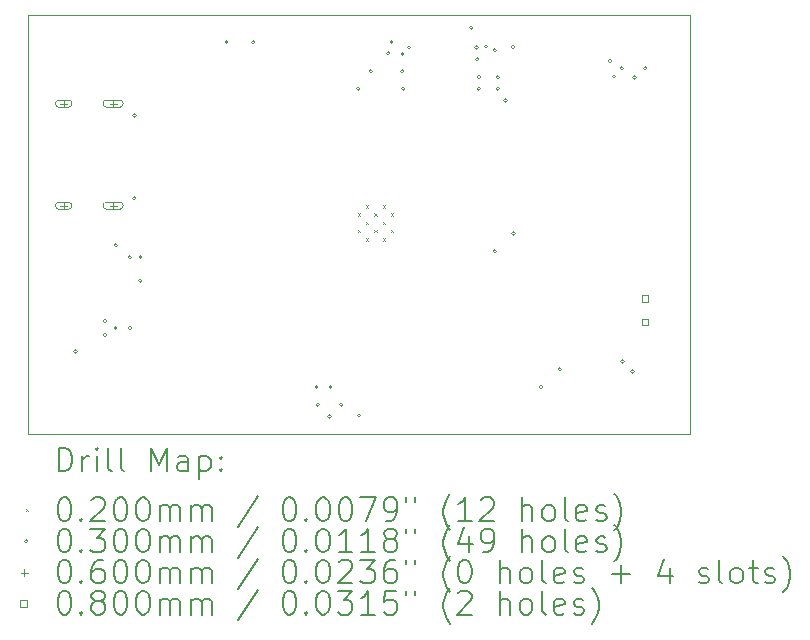
<source format=gbr>
%TF.GenerationSoftware,KiCad,Pcbnew,9.0.6*%
%TF.CreationDate,2025-12-13T17:25:43+11:00*%
%TF.ProjectId,esp32,65737033-322e-46b6-9963-61645f706362,rev?*%
%TF.SameCoordinates,Original*%
%TF.FileFunction,Drillmap*%
%TF.FilePolarity,Positive*%
%FSLAX45Y45*%
G04 Gerber Fmt 4.5, Leading zero omitted, Abs format (unit mm)*
G04 Created by KiCad (PCBNEW 9.0.6) date 2025-12-13 17:25:43*
%MOMM*%
%LPD*%
G01*
G04 APERTURE LIST*
%ADD10C,0.050000*%
%ADD11C,0.200000*%
%ADD12C,0.100000*%
G04 APERTURE END LIST*
D10*
X7250000Y-2450000D02*
X12850000Y-2450000D01*
X12850000Y-6000000D01*
X7250000Y-6000000D01*
X7250000Y-2450000D01*
D11*
D12*
X10040000Y-4130000D02*
X10060000Y-4150000D01*
X10060000Y-4130000D02*
X10040000Y-4150000D01*
X10040000Y-4270000D02*
X10060000Y-4290000D01*
X10060000Y-4270000D02*
X10040000Y-4290000D01*
X10110000Y-4060000D02*
X10130000Y-4080000D01*
X10130000Y-4060000D02*
X10110000Y-4080000D01*
X10110000Y-4200000D02*
X10130000Y-4220000D01*
X10130000Y-4200000D02*
X10110000Y-4220000D01*
X10110000Y-4340000D02*
X10130000Y-4360000D01*
X10130000Y-4340000D02*
X10110000Y-4360000D01*
X10180000Y-4130000D02*
X10200000Y-4150000D01*
X10200000Y-4130000D02*
X10180000Y-4150000D01*
X10180000Y-4270000D02*
X10200000Y-4290000D01*
X10200000Y-4270000D02*
X10180000Y-4290000D01*
X10250000Y-4060000D02*
X10270000Y-4080000D01*
X10270000Y-4060000D02*
X10250000Y-4080000D01*
X10250000Y-4200000D02*
X10270000Y-4220000D01*
X10270000Y-4200000D02*
X10250000Y-4220000D01*
X10250000Y-4340000D02*
X10270000Y-4360000D01*
X10270000Y-4340000D02*
X10250000Y-4360000D01*
X10320000Y-4130000D02*
X10340000Y-4150000D01*
X10340000Y-4130000D02*
X10320000Y-4150000D01*
X10320000Y-4270000D02*
X10340000Y-4290000D01*
X10340000Y-4270000D02*
X10320000Y-4290000D01*
X7665000Y-5300000D02*
G75*
G02*
X7635000Y-5300000I-15000J0D01*
G01*
X7635000Y-5300000D02*
G75*
G02*
X7665000Y-5300000I15000J0D01*
G01*
X7915000Y-5040000D02*
G75*
G02*
X7885000Y-5040000I-15000J0D01*
G01*
X7885000Y-5040000D02*
G75*
G02*
X7915000Y-5040000I15000J0D01*
G01*
X7915000Y-5160000D02*
G75*
G02*
X7885000Y-5160000I-15000J0D01*
G01*
X7885000Y-5160000D02*
G75*
G02*
X7915000Y-5160000I15000J0D01*
G01*
X8005000Y-4400000D02*
G75*
G02*
X7975000Y-4400000I-15000J0D01*
G01*
X7975000Y-4400000D02*
G75*
G02*
X8005000Y-4400000I15000J0D01*
G01*
X8005000Y-5100000D02*
G75*
G02*
X7975000Y-5100000I-15000J0D01*
G01*
X7975000Y-5100000D02*
G75*
G02*
X8005000Y-5100000I15000J0D01*
G01*
X8125000Y-4500000D02*
G75*
G02*
X8095000Y-4500000I-15000J0D01*
G01*
X8095000Y-4500000D02*
G75*
G02*
X8125000Y-4500000I15000J0D01*
G01*
X8125000Y-5100000D02*
G75*
G02*
X8095000Y-5100000I-15000J0D01*
G01*
X8095000Y-5100000D02*
G75*
G02*
X8125000Y-5100000I15000J0D01*
G01*
X8162948Y-4002051D02*
G75*
G02*
X8132948Y-4002051I-15000J0D01*
G01*
X8132948Y-4002051D02*
G75*
G02*
X8162948Y-4002051I15000J0D01*
G01*
X8165000Y-3300000D02*
G75*
G02*
X8135000Y-3300000I-15000J0D01*
G01*
X8135000Y-3300000D02*
G75*
G02*
X8165000Y-3300000I15000J0D01*
G01*
X8215000Y-4500000D02*
G75*
G02*
X8185000Y-4500000I-15000J0D01*
G01*
X8185000Y-4500000D02*
G75*
G02*
X8215000Y-4500000I15000J0D01*
G01*
X8215000Y-4700000D02*
G75*
G02*
X8185000Y-4700000I-15000J0D01*
G01*
X8185000Y-4700000D02*
G75*
G02*
X8215000Y-4700000I15000J0D01*
G01*
X8944219Y-2679219D02*
G75*
G02*
X8914219Y-2679219I-15000J0D01*
G01*
X8914219Y-2679219D02*
G75*
G02*
X8944219Y-2679219I15000J0D01*
G01*
X9169927Y-2679927D02*
G75*
G02*
X9139927Y-2679927I-15000J0D01*
G01*
X9139927Y-2679927D02*
G75*
G02*
X9169927Y-2679927I15000J0D01*
G01*
X9705000Y-5600000D02*
G75*
G02*
X9675000Y-5600000I-15000J0D01*
G01*
X9675000Y-5600000D02*
G75*
G02*
X9705000Y-5600000I15000J0D01*
G01*
X9715000Y-5750000D02*
G75*
G02*
X9685000Y-5750000I-15000J0D01*
G01*
X9685000Y-5750000D02*
G75*
G02*
X9715000Y-5750000I15000J0D01*
G01*
X9815000Y-5850000D02*
G75*
G02*
X9785000Y-5850000I-15000J0D01*
G01*
X9785000Y-5850000D02*
G75*
G02*
X9815000Y-5850000I15000J0D01*
G01*
X9825000Y-5600000D02*
G75*
G02*
X9795000Y-5600000I-15000J0D01*
G01*
X9795000Y-5600000D02*
G75*
G02*
X9825000Y-5600000I15000J0D01*
G01*
X9915000Y-5750000D02*
G75*
G02*
X9885000Y-5750000I-15000J0D01*
G01*
X9885000Y-5750000D02*
G75*
G02*
X9915000Y-5750000I15000J0D01*
G01*
X10058500Y-3075000D02*
G75*
G02*
X10028500Y-3075000I-15000J0D01*
G01*
X10028500Y-3075000D02*
G75*
G02*
X10058500Y-3075000I15000J0D01*
G01*
X10065000Y-5840000D02*
G75*
G02*
X10035000Y-5840000I-15000J0D01*
G01*
X10035000Y-5840000D02*
G75*
G02*
X10065000Y-5840000I15000J0D01*
G01*
X10165000Y-2925000D02*
G75*
G02*
X10135000Y-2925000I-15000J0D01*
G01*
X10135000Y-2925000D02*
G75*
G02*
X10165000Y-2925000I15000J0D01*
G01*
X10312500Y-2775000D02*
G75*
G02*
X10282500Y-2775000I-15000J0D01*
G01*
X10282500Y-2775000D02*
G75*
G02*
X10312500Y-2775000I15000J0D01*
G01*
X10340000Y-2677500D02*
G75*
G02*
X10310000Y-2677500I-15000J0D01*
G01*
X10310000Y-2677500D02*
G75*
G02*
X10340000Y-2677500I15000J0D01*
G01*
X10432500Y-2925000D02*
G75*
G02*
X10402500Y-2925000I-15000J0D01*
G01*
X10402500Y-2925000D02*
G75*
G02*
X10432500Y-2925000I15000J0D01*
G01*
X10433431Y-2781569D02*
G75*
G02*
X10403431Y-2781569I-15000J0D01*
G01*
X10403431Y-2781569D02*
G75*
G02*
X10433431Y-2781569I15000J0D01*
G01*
X10440000Y-3075000D02*
G75*
G02*
X10410000Y-3075000I-15000J0D01*
G01*
X10410000Y-3075000D02*
G75*
G02*
X10440000Y-3075000I15000J0D01*
G01*
X10490000Y-2725000D02*
G75*
G02*
X10460000Y-2725000I-15000J0D01*
G01*
X10460000Y-2725000D02*
G75*
G02*
X10490000Y-2725000I15000J0D01*
G01*
X11015000Y-2557500D02*
G75*
G02*
X10985000Y-2557500I-15000J0D01*
G01*
X10985000Y-2557500D02*
G75*
G02*
X11015000Y-2557500I15000J0D01*
G01*
X11060386Y-2725455D02*
G75*
G02*
X11030386Y-2725455I-15000J0D01*
G01*
X11030386Y-2725455D02*
G75*
G02*
X11060386Y-2725455I15000J0D01*
G01*
X11065000Y-2825000D02*
G75*
G02*
X11035000Y-2825000I-15000J0D01*
G01*
X11035000Y-2825000D02*
G75*
G02*
X11065000Y-2825000I15000J0D01*
G01*
X11080000Y-2975000D02*
G75*
G02*
X11050000Y-2975000I-15000J0D01*
G01*
X11050000Y-2975000D02*
G75*
G02*
X11080000Y-2975000I15000J0D01*
G01*
X11080000Y-3075000D02*
G75*
G02*
X11050000Y-3075000I-15000J0D01*
G01*
X11050000Y-3075000D02*
G75*
G02*
X11080000Y-3075000I15000J0D01*
G01*
X11140000Y-2717600D02*
G75*
G02*
X11110000Y-2717600I-15000J0D01*
G01*
X11110000Y-2717600D02*
G75*
G02*
X11140000Y-2717600I15000J0D01*
G01*
X11215000Y-2750000D02*
G75*
G02*
X11185000Y-2750000I-15000J0D01*
G01*
X11185000Y-2750000D02*
G75*
G02*
X11215000Y-2750000I15000J0D01*
G01*
X11215000Y-4450000D02*
G75*
G02*
X11185000Y-4450000I-15000J0D01*
G01*
X11185000Y-4450000D02*
G75*
G02*
X11215000Y-4450000I15000J0D01*
G01*
X11240100Y-2975000D02*
G75*
G02*
X11210100Y-2975000I-15000J0D01*
G01*
X11210100Y-2975000D02*
G75*
G02*
X11240100Y-2975000I15000J0D01*
G01*
X11240100Y-3075000D02*
G75*
G02*
X11210100Y-3075000I-15000J0D01*
G01*
X11210100Y-3075000D02*
G75*
G02*
X11240100Y-3075000I15000J0D01*
G01*
X11305000Y-3175000D02*
G75*
G02*
X11275000Y-3175000I-15000J0D01*
G01*
X11275000Y-3175000D02*
G75*
G02*
X11305000Y-3175000I15000J0D01*
G01*
X11369926Y-2720074D02*
G75*
G02*
X11339926Y-2720074I-15000J0D01*
G01*
X11339926Y-2720074D02*
G75*
G02*
X11369926Y-2720074I15000J0D01*
G01*
X11375000Y-4300000D02*
G75*
G02*
X11345000Y-4300000I-15000J0D01*
G01*
X11345000Y-4300000D02*
G75*
G02*
X11375000Y-4300000I15000J0D01*
G01*
X11605000Y-5600000D02*
G75*
G02*
X11575000Y-5600000I-15000J0D01*
G01*
X11575000Y-5600000D02*
G75*
G02*
X11605000Y-5600000I15000J0D01*
G01*
X11765000Y-5450000D02*
G75*
G02*
X11735000Y-5450000I-15000J0D01*
G01*
X11735000Y-5450000D02*
G75*
G02*
X11765000Y-5450000I15000J0D01*
G01*
X12190000Y-2840000D02*
G75*
G02*
X12160000Y-2840000I-15000J0D01*
G01*
X12160000Y-2840000D02*
G75*
G02*
X12190000Y-2840000I15000J0D01*
G01*
X12224319Y-2968884D02*
G75*
G02*
X12194319Y-2968884I-15000J0D01*
G01*
X12194319Y-2968884D02*
G75*
G02*
X12224319Y-2968884I15000J0D01*
G01*
X12290000Y-2900000D02*
G75*
G02*
X12260000Y-2900000I-15000J0D01*
G01*
X12260000Y-2900000D02*
G75*
G02*
X12290000Y-2900000I15000J0D01*
G01*
X12297573Y-5382574D02*
G75*
G02*
X12267573Y-5382574I-15000J0D01*
G01*
X12267573Y-5382574D02*
G75*
G02*
X12297573Y-5382574I15000J0D01*
G01*
X12382426Y-5467427D02*
G75*
G02*
X12352426Y-5467427I-15000J0D01*
G01*
X12352426Y-5467427D02*
G75*
G02*
X12382426Y-5467427I15000J0D01*
G01*
X12397390Y-2977463D02*
G75*
G02*
X12367390Y-2977463I-15000J0D01*
G01*
X12367390Y-2977463D02*
G75*
G02*
X12397390Y-2977463I15000J0D01*
G01*
X12490124Y-2899453D02*
G75*
G02*
X12460124Y-2899453I-15000J0D01*
G01*
X12460124Y-2899453D02*
G75*
G02*
X12490124Y-2899453I15000J0D01*
G01*
X7550000Y-3170250D02*
X7550000Y-3230250D01*
X7520000Y-3200250D02*
X7580000Y-3200250D01*
X7590000Y-3170250D02*
X7510000Y-3170250D01*
X7510000Y-3230250D02*
G75*
G02*
X7510000Y-3170250I0J30000D01*
G01*
X7510000Y-3230250D02*
X7590000Y-3230250D01*
X7590000Y-3230250D02*
G75*
G03*
X7590000Y-3170250I0J30000D01*
G01*
X7550000Y-4034250D02*
X7550000Y-4094250D01*
X7520000Y-4064250D02*
X7580000Y-4064250D01*
X7590000Y-4034250D02*
X7510000Y-4034250D01*
X7510000Y-4094250D02*
G75*
G02*
X7510000Y-4034250I0J30000D01*
G01*
X7510000Y-4094250D02*
X7590000Y-4094250D01*
X7590000Y-4094250D02*
G75*
G03*
X7590000Y-4034250I0J30000D01*
G01*
X7968000Y-3170250D02*
X7968000Y-3230250D01*
X7938000Y-3200250D02*
X7998000Y-3200250D01*
X8023000Y-3170250D02*
X7913000Y-3170250D01*
X7913000Y-3230250D02*
G75*
G02*
X7913000Y-3170250I0J30000D01*
G01*
X7913000Y-3230250D02*
X8023000Y-3230250D01*
X8023000Y-3230250D02*
G75*
G03*
X8023000Y-3170250I0J30000D01*
G01*
X7968000Y-4034250D02*
X7968000Y-4094250D01*
X7938000Y-4064250D02*
X7998000Y-4064250D01*
X8023000Y-4034250D02*
X7913000Y-4034250D01*
X7913000Y-4094250D02*
G75*
G02*
X7913000Y-4034250I0J30000D01*
G01*
X7913000Y-4094250D02*
X8023000Y-4094250D01*
X8023000Y-4094250D02*
G75*
G03*
X8023000Y-4034250I0J30000D01*
G01*
X12499534Y-4878285D02*
X12499534Y-4821716D01*
X12442965Y-4821716D01*
X12442965Y-4878285D01*
X12499534Y-4878285D01*
X12499534Y-5078285D02*
X12499534Y-5021716D01*
X12442965Y-5021716D01*
X12442965Y-5078285D01*
X12499534Y-5078285D01*
D11*
X7508277Y-6313984D02*
X7508277Y-6113984D01*
X7508277Y-6113984D02*
X7555896Y-6113984D01*
X7555896Y-6113984D02*
X7584467Y-6123508D01*
X7584467Y-6123508D02*
X7603515Y-6142555D01*
X7603515Y-6142555D02*
X7613039Y-6161603D01*
X7613039Y-6161603D02*
X7622562Y-6199698D01*
X7622562Y-6199698D02*
X7622562Y-6228269D01*
X7622562Y-6228269D02*
X7613039Y-6266365D01*
X7613039Y-6266365D02*
X7603515Y-6285412D01*
X7603515Y-6285412D02*
X7584467Y-6304460D01*
X7584467Y-6304460D02*
X7555896Y-6313984D01*
X7555896Y-6313984D02*
X7508277Y-6313984D01*
X7708277Y-6313984D02*
X7708277Y-6180650D01*
X7708277Y-6218746D02*
X7717801Y-6199698D01*
X7717801Y-6199698D02*
X7727324Y-6190174D01*
X7727324Y-6190174D02*
X7746372Y-6180650D01*
X7746372Y-6180650D02*
X7765420Y-6180650D01*
X7832086Y-6313984D02*
X7832086Y-6180650D01*
X7832086Y-6113984D02*
X7822562Y-6123508D01*
X7822562Y-6123508D02*
X7832086Y-6133031D01*
X7832086Y-6133031D02*
X7841610Y-6123508D01*
X7841610Y-6123508D02*
X7832086Y-6113984D01*
X7832086Y-6113984D02*
X7832086Y-6133031D01*
X7955896Y-6313984D02*
X7936848Y-6304460D01*
X7936848Y-6304460D02*
X7927324Y-6285412D01*
X7927324Y-6285412D02*
X7927324Y-6113984D01*
X8060658Y-6313984D02*
X8041610Y-6304460D01*
X8041610Y-6304460D02*
X8032086Y-6285412D01*
X8032086Y-6285412D02*
X8032086Y-6113984D01*
X8289229Y-6313984D02*
X8289229Y-6113984D01*
X8289229Y-6113984D02*
X8355896Y-6256841D01*
X8355896Y-6256841D02*
X8422563Y-6113984D01*
X8422563Y-6113984D02*
X8422563Y-6313984D01*
X8603515Y-6313984D02*
X8603515Y-6209222D01*
X8603515Y-6209222D02*
X8593991Y-6190174D01*
X8593991Y-6190174D02*
X8574944Y-6180650D01*
X8574944Y-6180650D02*
X8536848Y-6180650D01*
X8536848Y-6180650D02*
X8517801Y-6190174D01*
X8603515Y-6304460D02*
X8584467Y-6313984D01*
X8584467Y-6313984D02*
X8536848Y-6313984D01*
X8536848Y-6313984D02*
X8517801Y-6304460D01*
X8517801Y-6304460D02*
X8508277Y-6285412D01*
X8508277Y-6285412D02*
X8508277Y-6266365D01*
X8508277Y-6266365D02*
X8517801Y-6247317D01*
X8517801Y-6247317D02*
X8536848Y-6237793D01*
X8536848Y-6237793D02*
X8584467Y-6237793D01*
X8584467Y-6237793D02*
X8603515Y-6228269D01*
X8698753Y-6180650D02*
X8698753Y-6380650D01*
X8698753Y-6190174D02*
X8717801Y-6180650D01*
X8717801Y-6180650D02*
X8755896Y-6180650D01*
X8755896Y-6180650D02*
X8774944Y-6190174D01*
X8774944Y-6190174D02*
X8784467Y-6199698D01*
X8784467Y-6199698D02*
X8793991Y-6218746D01*
X8793991Y-6218746D02*
X8793991Y-6275888D01*
X8793991Y-6275888D02*
X8784467Y-6294936D01*
X8784467Y-6294936D02*
X8774944Y-6304460D01*
X8774944Y-6304460D02*
X8755896Y-6313984D01*
X8755896Y-6313984D02*
X8717801Y-6313984D01*
X8717801Y-6313984D02*
X8698753Y-6304460D01*
X8879705Y-6294936D02*
X8889229Y-6304460D01*
X8889229Y-6304460D02*
X8879705Y-6313984D01*
X8879705Y-6313984D02*
X8870182Y-6304460D01*
X8870182Y-6304460D02*
X8879705Y-6294936D01*
X8879705Y-6294936D02*
X8879705Y-6313984D01*
X8879705Y-6190174D02*
X8889229Y-6199698D01*
X8889229Y-6199698D02*
X8879705Y-6209222D01*
X8879705Y-6209222D02*
X8870182Y-6199698D01*
X8870182Y-6199698D02*
X8879705Y-6190174D01*
X8879705Y-6190174D02*
X8879705Y-6209222D01*
D12*
X7227500Y-6632500D02*
X7247500Y-6652500D01*
X7247500Y-6632500D02*
X7227500Y-6652500D01*
D11*
X7546372Y-6533984D02*
X7565420Y-6533984D01*
X7565420Y-6533984D02*
X7584467Y-6543508D01*
X7584467Y-6543508D02*
X7593991Y-6553031D01*
X7593991Y-6553031D02*
X7603515Y-6572079D01*
X7603515Y-6572079D02*
X7613039Y-6610174D01*
X7613039Y-6610174D02*
X7613039Y-6657793D01*
X7613039Y-6657793D02*
X7603515Y-6695888D01*
X7603515Y-6695888D02*
X7593991Y-6714936D01*
X7593991Y-6714936D02*
X7584467Y-6724460D01*
X7584467Y-6724460D02*
X7565420Y-6733984D01*
X7565420Y-6733984D02*
X7546372Y-6733984D01*
X7546372Y-6733984D02*
X7527324Y-6724460D01*
X7527324Y-6724460D02*
X7517801Y-6714936D01*
X7517801Y-6714936D02*
X7508277Y-6695888D01*
X7508277Y-6695888D02*
X7498753Y-6657793D01*
X7498753Y-6657793D02*
X7498753Y-6610174D01*
X7498753Y-6610174D02*
X7508277Y-6572079D01*
X7508277Y-6572079D02*
X7517801Y-6553031D01*
X7517801Y-6553031D02*
X7527324Y-6543508D01*
X7527324Y-6543508D02*
X7546372Y-6533984D01*
X7698753Y-6714936D02*
X7708277Y-6724460D01*
X7708277Y-6724460D02*
X7698753Y-6733984D01*
X7698753Y-6733984D02*
X7689229Y-6724460D01*
X7689229Y-6724460D02*
X7698753Y-6714936D01*
X7698753Y-6714936D02*
X7698753Y-6733984D01*
X7784467Y-6553031D02*
X7793991Y-6543508D01*
X7793991Y-6543508D02*
X7813039Y-6533984D01*
X7813039Y-6533984D02*
X7860658Y-6533984D01*
X7860658Y-6533984D02*
X7879705Y-6543508D01*
X7879705Y-6543508D02*
X7889229Y-6553031D01*
X7889229Y-6553031D02*
X7898753Y-6572079D01*
X7898753Y-6572079D02*
X7898753Y-6591127D01*
X7898753Y-6591127D02*
X7889229Y-6619698D01*
X7889229Y-6619698D02*
X7774943Y-6733984D01*
X7774943Y-6733984D02*
X7898753Y-6733984D01*
X8022562Y-6533984D02*
X8041610Y-6533984D01*
X8041610Y-6533984D02*
X8060658Y-6543508D01*
X8060658Y-6543508D02*
X8070182Y-6553031D01*
X8070182Y-6553031D02*
X8079705Y-6572079D01*
X8079705Y-6572079D02*
X8089229Y-6610174D01*
X8089229Y-6610174D02*
X8089229Y-6657793D01*
X8089229Y-6657793D02*
X8079705Y-6695888D01*
X8079705Y-6695888D02*
X8070182Y-6714936D01*
X8070182Y-6714936D02*
X8060658Y-6724460D01*
X8060658Y-6724460D02*
X8041610Y-6733984D01*
X8041610Y-6733984D02*
X8022562Y-6733984D01*
X8022562Y-6733984D02*
X8003515Y-6724460D01*
X8003515Y-6724460D02*
X7993991Y-6714936D01*
X7993991Y-6714936D02*
X7984467Y-6695888D01*
X7984467Y-6695888D02*
X7974943Y-6657793D01*
X7974943Y-6657793D02*
X7974943Y-6610174D01*
X7974943Y-6610174D02*
X7984467Y-6572079D01*
X7984467Y-6572079D02*
X7993991Y-6553031D01*
X7993991Y-6553031D02*
X8003515Y-6543508D01*
X8003515Y-6543508D02*
X8022562Y-6533984D01*
X8213039Y-6533984D02*
X8232086Y-6533984D01*
X8232086Y-6533984D02*
X8251134Y-6543508D01*
X8251134Y-6543508D02*
X8260658Y-6553031D01*
X8260658Y-6553031D02*
X8270182Y-6572079D01*
X8270182Y-6572079D02*
X8279705Y-6610174D01*
X8279705Y-6610174D02*
X8279705Y-6657793D01*
X8279705Y-6657793D02*
X8270182Y-6695888D01*
X8270182Y-6695888D02*
X8260658Y-6714936D01*
X8260658Y-6714936D02*
X8251134Y-6724460D01*
X8251134Y-6724460D02*
X8232086Y-6733984D01*
X8232086Y-6733984D02*
X8213039Y-6733984D01*
X8213039Y-6733984D02*
X8193991Y-6724460D01*
X8193991Y-6724460D02*
X8184467Y-6714936D01*
X8184467Y-6714936D02*
X8174943Y-6695888D01*
X8174943Y-6695888D02*
X8165420Y-6657793D01*
X8165420Y-6657793D02*
X8165420Y-6610174D01*
X8165420Y-6610174D02*
X8174943Y-6572079D01*
X8174943Y-6572079D02*
X8184467Y-6553031D01*
X8184467Y-6553031D02*
X8193991Y-6543508D01*
X8193991Y-6543508D02*
X8213039Y-6533984D01*
X8365420Y-6733984D02*
X8365420Y-6600650D01*
X8365420Y-6619698D02*
X8374943Y-6610174D01*
X8374943Y-6610174D02*
X8393991Y-6600650D01*
X8393991Y-6600650D02*
X8422563Y-6600650D01*
X8422563Y-6600650D02*
X8441610Y-6610174D01*
X8441610Y-6610174D02*
X8451134Y-6629222D01*
X8451134Y-6629222D02*
X8451134Y-6733984D01*
X8451134Y-6629222D02*
X8460658Y-6610174D01*
X8460658Y-6610174D02*
X8479705Y-6600650D01*
X8479705Y-6600650D02*
X8508277Y-6600650D01*
X8508277Y-6600650D02*
X8527325Y-6610174D01*
X8527325Y-6610174D02*
X8536848Y-6629222D01*
X8536848Y-6629222D02*
X8536848Y-6733984D01*
X8632086Y-6733984D02*
X8632086Y-6600650D01*
X8632086Y-6619698D02*
X8641610Y-6610174D01*
X8641610Y-6610174D02*
X8660658Y-6600650D01*
X8660658Y-6600650D02*
X8689229Y-6600650D01*
X8689229Y-6600650D02*
X8708277Y-6610174D01*
X8708277Y-6610174D02*
X8717801Y-6629222D01*
X8717801Y-6629222D02*
X8717801Y-6733984D01*
X8717801Y-6629222D02*
X8727325Y-6610174D01*
X8727325Y-6610174D02*
X8746372Y-6600650D01*
X8746372Y-6600650D02*
X8774944Y-6600650D01*
X8774944Y-6600650D02*
X8793991Y-6610174D01*
X8793991Y-6610174D02*
X8803515Y-6629222D01*
X8803515Y-6629222D02*
X8803515Y-6733984D01*
X9193991Y-6524460D02*
X9022563Y-6781603D01*
X9451134Y-6533984D02*
X9470182Y-6533984D01*
X9470182Y-6533984D02*
X9489229Y-6543508D01*
X9489229Y-6543508D02*
X9498753Y-6553031D01*
X9498753Y-6553031D02*
X9508277Y-6572079D01*
X9508277Y-6572079D02*
X9517801Y-6610174D01*
X9517801Y-6610174D02*
X9517801Y-6657793D01*
X9517801Y-6657793D02*
X9508277Y-6695888D01*
X9508277Y-6695888D02*
X9498753Y-6714936D01*
X9498753Y-6714936D02*
X9489229Y-6724460D01*
X9489229Y-6724460D02*
X9470182Y-6733984D01*
X9470182Y-6733984D02*
X9451134Y-6733984D01*
X9451134Y-6733984D02*
X9432087Y-6724460D01*
X9432087Y-6724460D02*
X9422563Y-6714936D01*
X9422563Y-6714936D02*
X9413039Y-6695888D01*
X9413039Y-6695888D02*
X9403515Y-6657793D01*
X9403515Y-6657793D02*
X9403515Y-6610174D01*
X9403515Y-6610174D02*
X9413039Y-6572079D01*
X9413039Y-6572079D02*
X9422563Y-6553031D01*
X9422563Y-6553031D02*
X9432087Y-6543508D01*
X9432087Y-6543508D02*
X9451134Y-6533984D01*
X9603515Y-6714936D02*
X9613039Y-6724460D01*
X9613039Y-6724460D02*
X9603515Y-6733984D01*
X9603515Y-6733984D02*
X9593991Y-6724460D01*
X9593991Y-6724460D02*
X9603515Y-6714936D01*
X9603515Y-6714936D02*
X9603515Y-6733984D01*
X9736848Y-6533984D02*
X9755896Y-6533984D01*
X9755896Y-6533984D02*
X9774944Y-6543508D01*
X9774944Y-6543508D02*
X9784468Y-6553031D01*
X9784468Y-6553031D02*
X9793991Y-6572079D01*
X9793991Y-6572079D02*
X9803515Y-6610174D01*
X9803515Y-6610174D02*
X9803515Y-6657793D01*
X9803515Y-6657793D02*
X9793991Y-6695888D01*
X9793991Y-6695888D02*
X9784468Y-6714936D01*
X9784468Y-6714936D02*
X9774944Y-6724460D01*
X9774944Y-6724460D02*
X9755896Y-6733984D01*
X9755896Y-6733984D02*
X9736848Y-6733984D01*
X9736848Y-6733984D02*
X9717801Y-6724460D01*
X9717801Y-6724460D02*
X9708277Y-6714936D01*
X9708277Y-6714936D02*
X9698753Y-6695888D01*
X9698753Y-6695888D02*
X9689229Y-6657793D01*
X9689229Y-6657793D02*
X9689229Y-6610174D01*
X9689229Y-6610174D02*
X9698753Y-6572079D01*
X9698753Y-6572079D02*
X9708277Y-6553031D01*
X9708277Y-6553031D02*
X9717801Y-6543508D01*
X9717801Y-6543508D02*
X9736848Y-6533984D01*
X9927325Y-6533984D02*
X9946372Y-6533984D01*
X9946372Y-6533984D02*
X9965420Y-6543508D01*
X9965420Y-6543508D02*
X9974944Y-6553031D01*
X9974944Y-6553031D02*
X9984468Y-6572079D01*
X9984468Y-6572079D02*
X9993991Y-6610174D01*
X9993991Y-6610174D02*
X9993991Y-6657793D01*
X9993991Y-6657793D02*
X9984468Y-6695888D01*
X9984468Y-6695888D02*
X9974944Y-6714936D01*
X9974944Y-6714936D02*
X9965420Y-6724460D01*
X9965420Y-6724460D02*
X9946372Y-6733984D01*
X9946372Y-6733984D02*
X9927325Y-6733984D01*
X9927325Y-6733984D02*
X9908277Y-6724460D01*
X9908277Y-6724460D02*
X9898753Y-6714936D01*
X9898753Y-6714936D02*
X9889229Y-6695888D01*
X9889229Y-6695888D02*
X9879706Y-6657793D01*
X9879706Y-6657793D02*
X9879706Y-6610174D01*
X9879706Y-6610174D02*
X9889229Y-6572079D01*
X9889229Y-6572079D02*
X9898753Y-6553031D01*
X9898753Y-6553031D02*
X9908277Y-6543508D01*
X9908277Y-6543508D02*
X9927325Y-6533984D01*
X10060658Y-6533984D02*
X10193991Y-6533984D01*
X10193991Y-6533984D02*
X10108277Y-6733984D01*
X10279706Y-6733984D02*
X10317801Y-6733984D01*
X10317801Y-6733984D02*
X10336849Y-6724460D01*
X10336849Y-6724460D02*
X10346372Y-6714936D01*
X10346372Y-6714936D02*
X10365420Y-6686365D01*
X10365420Y-6686365D02*
X10374944Y-6648269D01*
X10374944Y-6648269D02*
X10374944Y-6572079D01*
X10374944Y-6572079D02*
X10365420Y-6553031D01*
X10365420Y-6553031D02*
X10355896Y-6543508D01*
X10355896Y-6543508D02*
X10336849Y-6533984D01*
X10336849Y-6533984D02*
X10298753Y-6533984D01*
X10298753Y-6533984D02*
X10279706Y-6543508D01*
X10279706Y-6543508D02*
X10270182Y-6553031D01*
X10270182Y-6553031D02*
X10260658Y-6572079D01*
X10260658Y-6572079D02*
X10260658Y-6619698D01*
X10260658Y-6619698D02*
X10270182Y-6638746D01*
X10270182Y-6638746D02*
X10279706Y-6648269D01*
X10279706Y-6648269D02*
X10298753Y-6657793D01*
X10298753Y-6657793D02*
X10336849Y-6657793D01*
X10336849Y-6657793D02*
X10355896Y-6648269D01*
X10355896Y-6648269D02*
X10365420Y-6638746D01*
X10365420Y-6638746D02*
X10374944Y-6619698D01*
X10451134Y-6533984D02*
X10451134Y-6572079D01*
X10527325Y-6533984D02*
X10527325Y-6572079D01*
X10822563Y-6810174D02*
X10813039Y-6800650D01*
X10813039Y-6800650D02*
X10793991Y-6772079D01*
X10793991Y-6772079D02*
X10784468Y-6753031D01*
X10784468Y-6753031D02*
X10774944Y-6724460D01*
X10774944Y-6724460D02*
X10765420Y-6676841D01*
X10765420Y-6676841D02*
X10765420Y-6638746D01*
X10765420Y-6638746D02*
X10774944Y-6591127D01*
X10774944Y-6591127D02*
X10784468Y-6562555D01*
X10784468Y-6562555D02*
X10793991Y-6543508D01*
X10793991Y-6543508D02*
X10813039Y-6514936D01*
X10813039Y-6514936D02*
X10822563Y-6505412D01*
X11003515Y-6733984D02*
X10889230Y-6733984D01*
X10946372Y-6733984D02*
X10946372Y-6533984D01*
X10946372Y-6533984D02*
X10927325Y-6562555D01*
X10927325Y-6562555D02*
X10908277Y-6581603D01*
X10908277Y-6581603D02*
X10889230Y-6591127D01*
X11079706Y-6553031D02*
X11089230Y-6543508D01*
X11089230Y-6543508D02*
X11108277Y-6533984D01*
X11108277Y-6533984D02*
X11155896Y-6533984D01*
X11155896Y-6533984D02*
X11174944Y-6543508D01*
X11174944Y-6543508D02*
X11184468Y-6553031D01*
X11184468Y-6553031D02*
X11193991Y-6572079D01*
X11193991Y-6572079D02*
X11193991Y-6591127D01*
X11193991Y-6591127D02*
X11184468Y-6619698D01*
X11184468Y-6619698D02*
X11070182Y-6733984D01*
X11070182Y-6733984D02*
X11193991Y-6733984D01*
X11432087Y-6733984D02*
X11432087Y-6533984D01*
X11517801Y-6733984D02*
X11517801Y-6629222D01*
X11517801Y-6629222D02*
X11508277Y-6610174D01*
X11508277Y-6610174D02*
X11489230Y-6600650D01*
X11489230Y-6600650D02*
X11460658Y-6600650D01*
X11460658Y-6600650D02*
X11441610Y-6610174D01*
X11441610Y-6610174D02*
X11432087Y-6619698D01*
X11641610Y-6733984D02*
X11622563Y-6724460D01*
X11622563Y-6724460D02*
X11613039Y-6714936D01*
X11613039Y-6714936D02*
X11603515Y-6695888D01*
X11603515Y-6695888D02*
X11603515Y-6638746D01*
X11603515Y-6638746D02*
X11613039Y-6619698D01*
X11613039Y-6619698D02*
X11622563Y-6610174D01*
X11622563Y-6610174D02*
X11641610Y-6600650D01*
X11641610Y-6600650D02*
X11670182Y-6600650D01*
X11670182Y-6600650D02*
X11689230Y-6610174D01*
X11689230Y-6610174D02*
X11698753Y-6619698D01*
X11698753Y-6619698D02*
X11708277Y-6638746D01*
X11708277Y-6638746D02*
X11708277Y-6695888D01*
X11708277Y-6695888D02*
X11698753Y-6714936D01*
X11698753Y-6714936D02*
X11689230Y-6724460D01*
X11689230Y-6724460D02*
X11670182Y-6733984D01*
X11670182Y-6733984D02*
X11641610Y-6733984D01*
X11822563Y-6733984D02*
X11803515Y-6724460D01*
X11803515Y-6724460D02*
X11793991Y-6705412D01*
X11793991Y-6705412D02*
X11793991Y-6533984D01*
X11974944Y-6724460D02*
X11955896Y-6733984D01*
X11955896Y-6733984D02*
X11917801Y-6733984D01*
X11917801Y-6733984D02*
X11898753Y-6724460D01*
X11898753Y-6724460D02*
X11889230Y-6705412D01*
X11889230Y-6705412D02*
X11889230Y-6629222D01*
X11889230Y-6629222D02*
X11898753Y-6610174D01*
X11898753Y-6610174D02*
X11917801Y-6600650D01*
X11917801Y-6600650D02*
X11955896Y-6600650D01*
X11955896Y-6600650D02*
X11974944Y-6610174D01*
X11974944Y-6610174D02*
X11984468Y-6629222D01*
X11984468Y-6629222D02*
X11984468Y-6648269D01*
X11984468Y-6648269D02*
X11889230Y-6667317D01*
X12060658Y-6724460D02*
X12079706Y-6733984D01*
X12079706Y-6733984D02*
X12117801Y-6733984D01*
X12117801Y-6733984D02*
X12136849Y-6724460D01*
X12136849Y-6724460D02*
X12146372Y-6705412D01*
X12146372Y-6705412D02*
X12146372Y-6695888D01*
X12146372Y-6695888D02*
X12136849Y-6676841D01*
X12136849Y-6676841D02*
X12117801Y-6667317D01*
X12117801Y-6667317D02*
X12089230Y-6667317D01*
X12089230Y-6667317D02*
X12070182Y-6657793D01*
X12070182Y-6657793D02*
X12060658Y-6638746D01*
X12060658Y-6638746D02*
X12060658Y-6629222D01*
X12060658Y-6629222D02*
X12070182Y-6610174D01*
X12070182Y-6610174D02*
X12089230Y-6600650D01*
X12089230Y-6600650D02*
X12117801Y-6600650D01*
X12117801Y-6600650D02*
X12136849Y-6610174D01*
X12213039Y-6810174D02*
X12222563Y-6800650D01*
X12222563Y-6800650D02*
X12241611Y-6772079D01*
X12241611Y-6772079D02*
X12251134Y-6753031D01*
X12251134Y-6753031D02*
X12260658Y-6724460D01*
X12260658Y-6724460D02*
X12270182Y-6676841D01*
X12270182Y-6676841D02*
X12270182Y-6638746D01*
X12270182Y-6638746D02*
X12260658Y-6591127D01*
X12260658Y-6591127D02*
X12251134Y-6562555D01*
X12251134Y-6562555D02*
X12241611Y-6543508D01*
X12241611Y-6543508D02*
X12222563Y-6514936D01*
X12222563Y-6514936D02*
X12213039Y-6505412D01*
D12*
X7247500Y-6906500D02*
G75*
G02*
X7217500Y-6906500I-15000J0D01*
G01*
X7217500Y-6906500D02*
G75*
G02*
X7247500Y-6906500I15000J0D01*
G01*
D11*
X7546372Y-6797984D02*
X7565420Y-6797984D01*
X7565420Y-6797984D02*
X7584467Y-6807508D01*
X7584467Y-6807508D02*
X7593991Y-6817031D01*
X7593991Y-6817031D02*
X7603515Y-6836079D01*
X7603515Y-6836079D02*
X7613039Y-6874174D01*
X7613039Y-6874174D02*
X7613039Y-6921793D01*
X7613039Y-6921793D02*
X7603515Y-6959888D01*
X7603515Y-6959888D02*
X7593991Y-6978936D01*
X7593991Y-6978936D02*
X7584467Y-6988460D01*
X7584467Y-6988460D02*
X7565420Y-6997984D01*
X7565420Y-6997984D02*
X7546372Y-6997984D01*
X7546372Y-6997984D02*
X7527324Y-6988460D01*
X7527324Y-6988460D02*
X7517801Y-6978936D01*
X7517801Y-6978936D02*
X7508277Y-6959888D01*
X7508277Y-6959888D02*
X7498753Y-6921793D01*
X7498753Y-6921793D02*
X7498753Y-6874174D01*
X7498753Y-6874174D02*
X7508277Y-6836079D01*
X7508277Y-6836079D02*
X7517801Y-6817031D01*
X7517801Y-6817031D02*
X7527324Y-6807508D01*
X7527324Y-6807508D02*
X7546372Y-6797984D01*
X7698753Y-6978936D02*
X7708277Y-6988460D01*
X7708277Y-6988460D02*
X7698753Y-6997984D01*
X7698753Y-6997984D02*
X7689229Y-6988460D01*
X7689229Y-6988460D02*
X7698753Y-6978936D01*
X7698753Y-6978936D02*
X7698753Y-6997984D01*
X7774943Y-6797984D02*
X7898753Y-6797984D01*
X7898753Y-6797984D02*
X7832086Y-6874174D01*
X7832086Y-6874174D02*
X7860658Y-6874174D01*
X7860658Y-6874174D02*
X7879705Y-6883698D01*
X7879705Y-6883698D02*
X7889229Y-6893222D01*
X7889229Y-6893222D02*
X7898753Y-6912269D01*
X7898753Y-6912269D02*
X7898753Y-6959888D01*
X7898753Y-6959888D02*
X7889229Y-6978936D01*
X7889229Y-6978936D02*
X7879705Y-6988460D01*
X7879705Y-6988460D02*
X7860658Y-6997984D01*
X7860658Y-6997984D02*
X7803515Y-6997984D01*
X7803515Y-6997984D02*
X7784467Y-6988460D01*
X7784467Y-6988460D02*
X7774943Y-6978936D01*
X8022562Y-6797984D02*
X8041610Y-6797984D01*
X8041610Y-6797984D02*
X8060658Y-6807508D01*
X8060658Y-6807508D02*
X8070182Y-6817031D01*
X8070182Y-6817031D02*
X8079705Y-6836079D01*
X8079705Y-6836079D02*
X8089229Y-6874174D01*
X8089229Y-6874174D02*
X8089229Y-6921793D01*
X8089229Y-6921793D02*
X8079705Y-6959888D01*
X8079705Y-6959888D02*
X8070182Y-6978936D01*
X8070182Y-6978936D02*
X8060658Y-6988460D01*
X8060658Y-6988460D02*
X8041610Y-6997984D01*
X8041610Y-6997984D02*
X8022562Y-6997984D01*
X8022562Y-6997984D02*
X8003515Y-6988460D01*
X8003515Y-6988460D02*
X7993991Y-6978936D01*
X7993991Y-6978936D02*
X7984467Y-6959888D01*
X7984467Y-6959888D02*
X7974943Y-6921793D01*
X7974943Y-6921793D02*
X7974943Y-6874174D01*
X7974943Y-6874174D02*
X7984467Y-6836079D01*
X7984467Y-6836079D02*
X7993991Y-6817031D01*
X7993991Y-6817031D02*
X8003515Y-6807508D01*
X8003515Y-6807508D02*
X8022562Y-6797984D01*
X8213039Y-6797984D02*
X8232086Y-6797984D01*
X8232086Y-6797984D02*
X8251134Y-6807508D01*
X8251134Y-6807508D02*
X8260658Y-6817031D01*
X8260658Y-6817031D02*
X8270182Y-6836079D01*
X8270182Y-6836079D02*
X8279705Y-6874174D01*
X8279705Y-6874174D02*
X8279705Y-6921793D01*
X8279705Y-6921793D02*
X8270182Y-6959888D01*
X8270182Y-6959888D02*
X8260658Y-6978936D01*
X8260658Y-6978936D02*
X8251134Y-6988460D01*
X8251134Y-6988460D02*
X8232086Y-6997984D01*
X8232086Y-6997984D02*
X8213039Y-6997984D01*
X8213039Y-6997984D02*
X8193991Y-6988460D01*
X8193991Y-6988460D02*
X8184467Y-6978936D01*
X8184467Y-6978936D02*
X8174943Y-6959888D01*
X8174943Y-6959888D02*
X8165420Y-6921793D01*
X8165420Y-6921793D02*
X8165420Y-6874174D01*
X8165420Y-6874174D02*
X8174943Y-6836079D01*
X8174943Y-6836079D02*
X8184467Y-6817031D01*
X8184467Y-6817031D02*
X8193991Y-6807508D01*
X8193991Y-6807508D02*
X8213039Y-6797984D01*
X8365420Y-6997984D02*
X8365420Y-6864650D01*
X8365420Y-6883698D02*
X8374943Y-6874174D01*
X8374943Y-6874174D02*
X8393991Y-6864650D01*
X8393991Y-6864650D02*
X8422563Y-6864650D01*
X8422563Y-6864650D02*
X8441610Y-6874174D01*
X8441610Y-6874174D02*
X8451134Y-6893222D01*
X8451134Y-6893222D02*
X8451134Y-6997984D01*
X8451134Y-6893222D02*
X8460658Y-6874174D01*
X8460658Y-6874174D02*
X8479705Y-6864650D01*
X8479705Y-6864650D02*
X8508277Y-6864650D01*
X8508277Y-6864650D02*
X8527325Y-6874174D01*
X8527325Y-6874174D02*
X8536848Y-6893222D01*
X8536848Y-6893222D02*
X8536848Y-6997984D01*
X8632086Y-6997984D02*
X8632086Y-6864650D01*
X8632086Y-6883698D02*
X8641610Y-6874174D01*
X8641610Y-6874174D02*
X8660658Y-6864650D01*
X8660658Y-6864650D02*
X8689229Y-6864650D01*
X8689229Y-6864650D02*
X8708277Y-6874174D01*
X8708277Y-6874174D02*
X8717801Y-6893222D01*
X8717801Y-6893222D02*
X8717801Y-6997984D01*
X8717801Y-6893222D02*
X8727325Y-6874174D01*
X8727325Y-6874174D02*
X8746372Y-6864650D01*
X8746372Y-6864650D02*
X8774944Y-6864650D01*
X8774944Y-6864650D02*
X8793991Y-6874174D01*
X8793991Y-6874174D02*
X8803515Y-6893222D01*
X8803515Y-6893222D02*
X8803515Y-6997984D01*
X9193991Y-6788460D02*
X9022563Y-7045603D01*
X9451134Y-6797984D02*
X9470182Y-6797984D01*
X9470182Y-6797984D02*
X9489229Y-6807508D01*
X9489229Y-6807508D02*
X9498753Y-6817031D01*
X9498753Y-6817031D02*
X9508277Y-6836079D01*
X9508277Y-6836079D02*
X9517801Y-6874174D01*
X9517801Y-6874174D02*
X9517801Y-6921793D01*
X9517801Y-6921793D02*
X9508277Y-6959888D01*
X9508277Y-6959888D02*
X9498753Y-6978936D01*
X9498753Y-6978936D02*
X9489229Y-6988460D01*
X9489229Y-6988460D02*
X9470182Y-6997984D01*
X9470182Y-6997984D02*
X9451134Y-6997984D01*
X9451134Y-6997984D02*
X9432087Y-6988460D01*
X9432087Y-6988460D02*
X9422563Y-6978936D01*
X9422563Y-6978936D02*
X9413039Y-6959888D01*
X9413039Y-6959888D02*
X9403515Y-6921793D01*
X9403515Y-6921793D02*
X9403515Y-6874174D01*
X9403515Y-6874174D02*
X9413039Y-6836079D01*
X9413039Y-6836079D02*
X9422563Y-6817031D01*
X9422563Y-6817031D02*
X9432087Y-6807508D01*
X9432087Y-6807508D02*
X9451134Y-6797984D01*
X9603515Y-6978936D02*
X9613039Y-6988460D01*
X9613039Y-6988460D02*
X9603515Y-6997984D01*
X9603515Y-6997984D02*
X9593991Y-6988460D01*
X9593991Y-6988460D02*
X9603515Y-6978936D01*
X9603515Y-6978936D02*
X9603515Y-6997984D01*
X9736848Y-6797984D02*
X9755896Y-6797984D01*
X9755896Y-6797984D02*
X9774944Y-6807508D01*
X9774944Y-6807508D02*
X9784468Y-6817031D01*
X9784468Y-6817031D02*
X9793991Y-6836079D01*
X9793991Y-6836079D02*
X9803515Y-6874174D01*
X9803515Y-6874174D02*
X9803515Y-6921793D01*
X9803515Y-6921793D02*
X9793991Y-6959888D01*
X9793991Y-6959888D02*
X9784468Y-6978936D01*
X9784468Y-6978936D02*
X9774944Y-6988460D01*
X9774944Y-6988460D02*
X9755896Y-6997984D01*
X9755896Y-6997984D02*
X9736848Y-6997984D01*
X9736848Y-6997984D02*
X9717801Y-6988460D01*
X9717801Y-6988460D02*
X9708277Y-6978936D01*
X9708277Y-6978936D02*
X9698753Y-6959888D01*
X9698753Y-6959888D02*
X9689229Y-6921793D01*
X9689229Y-6921793D02*
X9689229Y-6874174D01*
X9689229Y-6874174D02*
X9698753Y-6836079D01*
X9698753Y-6836079D02*
X9708277Y-6817031D01*
X9708277Y-6817031D02*
X9717801Y-6807508D01*
X9717801Y-6807508D02*
X9736848Y-6797984D01*
X9993991Y-6997984D02*
X9879706Y-6997984D01*
X9936848Y-6997984D02*
X9936848Y-6797984D01*
X9936848Y-6797984D02*
X9917801Y-6826555D01*
X9917801Y-6826555D02*
X9898753Y-6845603D01*
X9898753Y-6845603D02*
X9879706Y-6855127D01*
X10184468Y-6997984D02*
X10070182Y-6997984D01*
X10127325Y-6997984D02*
X10127325Y-6797984D01*
X10127325Y-6797984D02*
X10108277Y-6826555D01*
X10108277Y-6826555D02*
X10089229Y-6845603D01*
X10089229Y-6845603D02*
X10070182Y-6855127D01*
X10298753Y-6883698D02*
X10279706Y-6874174D01*
X10279706Y-6874174D02*
X10270182Y-6864650D01*
X10270182Y-6864650D02*
X10260658Y-6845603D01*
X10260658Y-6845603D02*
X10260658Y-6836079D01*
X10260658Y-6836079D02*
X10270182Y-6817031D01*
X10270182Y-6817031D02*
X10279706Y-6807508D01*
X10279706Y-6807508D02*
X10298753Y-6797984D01*
X10298753Y-6797984D02*
X10336849Y-6797984D01*
X10336849Y-6797984D02*
X10355896Y-6807508D01*
X10355896Y-6807508D02*
X10365420Y-6817031D01*
X10365420Y-6817031D02*
X10374944Y-6836079D01*
X10374944Y-6836079D02*
X10374944Y-6845603D01*
X10374944Y-6845603D02*
X10365420Y-6864650D01*
X10365420Y-6864650D02*
X10355896Y-6874174D01*
X10355896Y-6874174D02*
X10336849Y-6883698D01*
X10336849Y-6883698D02*
X10298753Y-6883698D01*
X10298753Y-6883698D02*
X10279706Y-6893222D01*
X10279706Y-6893222D02*
X10270182Y-6902746D01*
X10270182Y-6902746D02*
X10260658Y-6921793D01*
X10260658Y-6921793D02*
X10260658Y-6959888D01*
X10260658Y-6959888D02*
X10270182Y-6978936D01*
X10270182Y-6978936D02*
X10279706Y-6988460D01*
X10279706Y-6988460D02*
X10298753Y-6997984D01*
X10298753Y-6997984D02*
X10336849Y-6997984D01*
X10336849Y-6997984D02*
X10355896Y-6988460D01*
X10355896Y-6988460D02*
X10365420Y-6978936D01*
X10365420Y-6978936D02*
X10374944Y-6959888D01*
X10374944Y-6959888D02*
X10374944Y-6921793D01*
X10374944Y-6921793D02*
X10365420Y-6902746D01*
X10365420Y-6902746D02*
X10355896Y-6893222D01*
X10355896Y-6893222D02*
X10336849Y-6883698D01*
X10451134Y-6797984D02*
X10451134Y-6836079D01*
X10527325Y-6797984D02*
X10527325Y-6836079D01*
X10822563Y-7074174D02*
X10813039Y-7064650D01*
X10813039Y-7064650D02*
X10793991Y-7036079D01*
X10793991Y-7036079D02*
X10784468Y-7017031D01*
X10784468Y-7017031D02*
X10774944Y-6988460D01*
X10774944Y-6988460D02*
X10765420Y-6940841D01*
X10765420Y-6940841D02*
X10765420Y-6902746D01*
X10765420Y-6902746D02*
X10774944Y-6855127D01*
X10774944Y-6855127D02*
X10784468Y-6826555D01*
X10784468Y-6826555D02*
X10793991Y-6807508D01*
X10793991Y-6807508D02*
X10813039Y-6778936D01*
X10813039Y-6778936D02*
X10822563Y-6769412D01*
X10984468Y-6864650D02*
X10984468Y-6997984D01*
X10936849Y-6788460D02*
X10889230Y-6931317D01*
X10889230Y-6931317D02*
X11013039Y-6931317D01*
X11098753Y-6997984D02*
X11136849Y-6997984D01*
X11136849Y-6997984D02*
X11155896Y-6988460D01*
X11155896Y-6988460D02*
X11165420Y-6978936D01*
X11165420Y-6978936D02*
X11184468Y-6950365D01*
X11184468Y-6950365D02*
X11193991Y-6912269D01*
X11193991Y-6912269D02*
X11193991Y-6836079D01*
X11193991Y-6836079D02*
X11184468Y-6817031D01*
X11184468Y-6817031D02*
X11174944Y-6807508D01*
X11174944Y-6807508D02*
X11155896Y-6797984D01*
X11155896Y-6797984D02*
X11117801Y-6797984D01*
X11117801Y-6797984D02*
X11098753Y-6807508D01*
X11098753Y-6807508D02*
X11089230Y-6817031D01*
X11089230Y-6817031D02*
X11079706Y-6836079D01*
X11079706Y-6836079D02*
X11079706Y-6883698D01*
X11079706Y-6883698D02*
X11089230Y-6902746D01*
X11089230Y-6902746D02*
X11098753Y-6912269D01*
X11098753Y-6912269D02*
X11117801Y-6921793D01*
X11117801Y-6921793D02*
X11155896Y-6921793D01*
X11155896Y-6921793D02*
X11174944Y-6912269D01*
X11174944Y-6912269D02*
X11184468Y-6902746D01*
X11184468Y-6902746D02*
X11193991Y-6883698D01*
X11432087Y-6997984D02*
X11432087Y-6797984D01*
X11517801Y-6997984D02*
X11517801Y-6893222D01*
X11517801Y-6893222D02*
X11508277Y-6874174D01*
X11508277Y-6874174D02*
X11489230Y-6864650D01*
X11489230Y-6864650D02*
X11460658Y-6864650D01*
X11460658Y-6864650D02*
X11441610Y-6874174D01*
X11441610Y-6874174D02*
X11432087Y-6883698D01*
X11641610Y-6997984D02*
X11622563Y-6988460D01*
X11622563Y-6988460D02*
X11613039Y-6978936D01*
X11613039Y-6978936D02*
X11603515Y-6959888D01*
X11603515Y-6959888D02*
X11603515Y-6902746D01*
X11603515Y-6902746D02*
X11613039Y-6883698D01*
X11613039Y-6883698D02*
X11622563Y-6874174D01*
X11622563Y-6874174D02*
X11641610Y-6864650D01*
X11641610Y-6864650D02*
X11670182Y-6864650D01*
X11670182Y-6864650D02*
X11689230Y-6874174D01*
X11689230Y-6874174D02*
X11698753Y-6883698D01*
X11698753Y-6883698D02*
X11708277Y-6902746D01*
X11708277Y-6902746D02*
X11708277Y-6959888D01*
X11708277Y-6959888D02*
X11698753Y-6978936D01*
X11698753Y-6978936D02*
X11689230Y-6988460D01*
X11689230Y-6988460D02*
X11670182Y-6997984D01*
X11670182Y-6997984D02*
X11641610Y-6997984D01*
X11822563Y-6997984D02*
X11803515Y-6988460D01*
X11803515Y-6988460D02*
X11793991Y-6969412D01*
X11793991Y-6969412D02*
X11793991Y-6797984D01*
X11974944Y-6988460D02*
X11955896Y-6997984D01*
X11955896Y-6997984D02*
X11917801Y-6997984D01*
X11917801Y-6997984D02*
X11898753Y-6988460D01*
X11898753Y-6988460D02*
X11889230Y-6969412D01*
X11889230Y-6969412D02*
X11889230Y-6893222D01*
X11889230Y-6893222D02*
X11898753Y-6874174D01*
X11898753Y-6874174D02*
X11917801Y-6864650D01*
X11917801Y-6864650D02*
X11955896Y-6864650D01*
X11955896Y-6864650D02*
X11974944Y-6874174D01*
X11974944Y-6874174D02*
X11984468Y-6893222D01*
X11984468Y-6893222D02*
X11984468Y-6912269D01*
X11984468Y-6912269D02*
X11889230Y-6931317D01*
X12060658Y-6988460D02*
X12079706Y-6997984D01*
X12079706Y-6997984D02*
X12117801Y-6997984D01*
X12117801Y-6997984D02*
X12136849Y-6988460D01*
X12136849Y-6988460D02*
X12146372Y-6969412D01*
X12146372Y-6969412D02*
X12146372Y-6959888D01*
X12146372Y-6959888D02*
X12136849Y-6940841D01*
X12136849Y-6940841D02*
X12117801Y-6931317D01*
X12117801Y-6931317D02*
X12089230Y-6931317D01*
X12089230Y-6931317D02*
X12070182Y-6921793D01*
X12070182Y-6921793D02*
X12060658Y-6902746D01*
X12060658Y-6902746D02*
X12060658Y-6893222D01*
X12060658Y-6893222D02*
X12070182Y-6874174D01*
X12070182Y-6874174D02*
X12089230Y-6864650D01*
X12089230Y-6864650D02*
X12117801Y-6864650D01*
X12117801Y-6864650D02*
X12136849Y-6874174D01*
X12213039Y-7074174D02*
X12222563Y-7064650D01*
X12222563Y-7064650D02*
X12241611Y-7036079D01*
X12241611Y-7036079D02*
X12251134Y-7017031D01*
X12251134Y-7017031D02*
X12260658Y-6988460D01*
X12260658Y-6988460D02*
X12270182Y-6940841D01*
X12270182Y-6940841D02*
X12270182Y-6902746D01*
X12270182Y-6902746D02*
X12260658Y-6855127D01*
X12260658Y-6855127D02*
X12251134Y-6826555D01*
X12251134Y-6826555D02*
X12241611Y-6807508D01*
X12241611Y-6807508D02*
X12222563Y-6778936D01*
X12222563Y-6778936D02*
X12213039Y-6769412D01*
D12*
X7217500Y-7140500D02*
X7217500Y-7200500D01*
X7187500Y-7170500D02*
X7247500Y-7170500D01*
D11*
X7546372Y-7061984D02*
X7565420Y-7061984D01*
X7565420Y-7061984D02*
X7584467Y-7071508D01*
X7584467Y-7071508D02*
X7593991Y-7081031D01*
X7593991Y-7081031D02*
X7603515Y-7100079D01*
X7603515Y-7100079D02*
X7613039Y-7138174D01*
X7613039Y-7138174D02*
X7613039Y-7185793D01*
X7613039Y-7185793D02*
X7603515Y-7223888D01*
X7603515Y-7223888D02*
X7593991Y-7242936D01*
X7593991Y-7242936D02*
X7584467Y-7252460D01*
X7584467Y-7252460D02*
X7565420Y-7261984D01*
X7565420Y-7261984D02*
X7546372Y-7261984D01*
X7546372Y-7261984D02*
X7527324Y-7252460D01*
X7527324Y-7252460D02*
X7517801Y-7242936D01*
X7517801Y-7242936D02*
X7508277Y-7223888D01*
X7508277Y-7223888D02*
X7498753Y-7185793D01*
X7498753Y-7185793D02*
X7498753Y-7138174D01*
X7498753Y-7138174D02*
X7508277Y-7100079D01*
X7508277Y-7100079D02*
X7517801Y-7081031D01*
X7517801Y-7081031D02*
X7527324Y-7071508D01*
X7527324Y-7071508D02*
X7546372Y-7061984D01*
X7698753Y-7242936D02*
X7708277Y-7252460D01*
X7708277Y-7252460D02*
X7698753Y-7261984D01*
X7698753Y-7261984D02*
X7689229Y-7252460D01*
X7689229Y-7252460D02*
X7698753Y-7242936D01*
X7698753Y-7242936D02*
X7698753Y-7261984D01*
X7879705Y-7061984D02*
X7841610Y-7061984D01*
X7841610Y-7061984D02*
X7822562Y-7071508D01*
X7822562Y-7071508D02*
X7813039Y-7081031D01*
X7813039Y-7081031D02*
X7793991Y-7109603D01*
X7793991Y-7109603D02*
X7784467Y-7147698D01*
X7784467Y-7147698D02*
X7784467Y-7223888D01*
X7784467Y-7223888D02*
X7793991Y-7242936D01*
X7793991Y-7242936D02*
X7803515Y-7252460D01*
X7803515Y-7252460D02*
X7822562Y-7261984D01*
X7822562Y-7261984D02*
X7860658Y-7261984D01*
X7860658Y-7261984D02*
X7879705Y-7252460D01*
X7879705Y-7252460D02*
X7889229Y-7242936D01*
X7889229Y-7242936D02*
X7898753Y-7223888D01*
X7898753Y-7223888D02*
X7898753Y-7176269D01*
X7898753Y-7176269D02*
X7889229Y-7157222D01*
X7889229Y-7157222D02*
X7879705Y-7147698D01*
X7879705Y-7147698D02*
X7860658Y-7138174D01*
X7860658Y-7138174D02*
X7822562Y-7138174D01*
X7822562Y-7138174D02*
X7803515Y-7147698D01*
X7803515Y-7147698D02*
X7793991Y-7157222D01*
X7793991Y-7157222D02*
X7784467Y-7176269D01*
X8022562Y-7061984D02*
X8041610Y-7061984D01*
X8041610Y-7061984D02*
X8060658Y-7071508D01*
X8060658Y-7071508D02*
X8070182Y-7081031D01*
X8070182Y-7081031D02*
X8079705Y-7100079D01*
X8079705Y-7100079D02*
X8089229Y-7138174D01*
X8089229Y-7138174D02*
X8089229Y-7185793D01*
X8089229Y-7185793D02*
X8079705Y-7223888D01*
X8079705Y-7223888D02*
X8070182Y-7242936D01*
X8070182Y-7242936D02*
X8060658Y-7252460D01*
X8060658Y-7252460D02*
X8041610Y-7261984D01*
X8041610Y-7261984D02*
X8022562Y-7261984D01*
X8022562Y-7261984D02*
X8003515Y-7252460D01*
X8003515Y-7252460D02*
X7993991Y-7242936D01*
X7993991Y-7242936D02*
X7984467Y-7223888D01*
X7984467Y-7223888D02*
X7974943Y-7185793D01*
X7974943Y-7185793D02*
X7974943Y-7138174D01*
X7974943Y-7138174D02*
X7984467Y-7100079D01*
X7984467Y-7100079D02*
X7993991Y-7081031D01*
X7993991Y-7081031D02*
X8003515Y-7071508D01*
X8003515Y-7071508D02*
X8022562Y-7061984D01*
X8213039Y-7061984D02*
X8232086Y-7061984D01*
X8232086Y-7061984D02*
X8251134Y-7071508D01*
X8251134Y-7071508D02*
X8260658Y-7081031D01*
X8260658Y-7081031D02*
X8270182Y-7100079D01*
X8270182Y-7100079D02*
X8279705Y-7138174D01*
X8279705Y-7138174D02*
X8279705Y-7185793D01*
X8279705Y-7185793D02*
X8270182Y-7223888D01*
X8270182Y-7223888D02*
X8260658Y-7242936D01*
X8260658Y-7242936D02*
X8251134Y-7252460D01*
X8251134Y-7252460D02*
X8232086Y-7261984D01*
X8232086Y-7261984D02*
X8213039Y-7261984D01*
X8213039Y-7261984D02*
X8193991Y-7252460D01*
X8193991Y-7252460D02*
X8184467Y-7242936D01*
X8184467Y-7242936D02*
X8174943Y-7223888D01*
X8174943Y-7223888D02*
X8165420Y-7185793D01*
X8165420Y-7185793D02*
X8165420Y-7138174D01*
X8165420Y-7138174D02*
X8174943Y-7100079D01*
X8174943Y-7100079D02*
X8184467Y-7081031D01*
X8184467Y-7081031D02*
X8193991Y-7071508D01*
X8193991Y-7071508D02*
X8213039Y-7061984D01*
X8365420Y-7261984D02*
X8365420Y-7128650D01*
X8365420Y-7147698D02*
X8374943Y-7138174D01*
X8374943Y-7138174D02*
X8393991Y-7128650D01*
X8393991Y-7128650D02*
X8422563Y-7128650D01*
X8422563Y-7128650D02*
X8441610Y-7138174D01*
X8441610Y-7138174D02*
X8451134Y-7157222D01*
X8451134Y-7157222D02*
X8451134Y-7261984D01*
X8451134Y-7157222D02*
X8460658Y-7138174D01*
X8460658Y-7138174D02*
X8479705Y-7128650D01*
X8479705Y-7128650D02*
X8508277Y-7128650D01*
X8508277Y-7128650D02*
X8527325Y-7138174D01*
X8527325Y-7138174D02*
X8536848Y-7157222D01*
X8536848Y-7157222D02*
X8536848Y-7261984D01*
X8632086Y-7261984D02*
X8632086Y-7128650D01*
X8632086Y-7147698D02*
X8641610Y-7138174D01*
X8641610Y-7138174D02*
X8660658Y-7128650D01*
X8660658Y-7128650D02*
X8689229Y-7128650D01*
X8689229Y-7128650D02*
X8708277Y-7138174D01*
X8708277Y-7138174D02*
X8717801Y-7157222D01*
X8717801Y-7157222D02*
X8717801Y-7261984D01*
X8717801Y-7157222D02*
X8727325Y-7138174D01*
X8727325Y-7138174D02*
X8746372Y-7128650D01*
X8746372Y-7128650D02*
X8774944Y-7128650D01*
X8774944Y-7128650D02*
X8793991Y-7138174D01*
X8793991Y-7138174D02*
X8803515Y-7157222D01*
X8803515Y-7157222D02*
X8803515Y-7261984D01*
X9193991Y-7052460D02*
X9022563Y-7309603D01*
X9451134Y-7061984D02*
X9470182Y-7061984D01*
X9470182Y-7061984D02*
X9489229Y-7071508D01*
X9489229Y-7071508D02*
X9498753Y-7081031D01*
X9498753Y-7081031D02*
X9508277Y-7100079D01*
X9508277Y-7100079D02*
X9517801Y-7138174D01*
X9517801Y-7138174D02*
X9517801Y-7185793D01*
X9517801Y-7185793D02*
X9508277Y-7223888D01*
X9508277Y-7223888D02*
X9498753Y-7242936D01*
X9498753Y-7242936D02*
X9489229Y-7252460D01*
X9489229Y-7252460D02*
X9470182Y-7261984D01*
X9470182Y-7261984D02*
X9451134Y-7261984D01*
X9451134Y-7261984D02*
X9432087Y-7252460D01*
X9432087Y-7252460D02*
X9422563Y-7242936D01*
X9422563Y-7242936D02*
X9413039Y-7223888D01*
X9413039Y-7223888D02*
X9403515Y-7185793D01*
X9403515Y-7185793D02*
X9403515Y-7138174D01*
X9403515Y-7138174D02*
X9413039Y-7100079D01*
X9413039Y-7100079D02*
X9422563Y-7081031D01*
X9422563Y-7081031D02*
X9432087Y-7071508D01*
X9432087Y-7071508D02*
X9451134Y-7061984D01*
X9603515Y-7242936D02*
X9613039Y-7252460D01*
X9613039Y-7252460D02*
X9603515Y-7261984D01*
X9603515Y-7261984D02*
X9593991Y-7252460D01*
X9593991Y-7252460D02*
X9603515Y-7242936D01*
X9603515Y-7242936D02*
X9603515Y-7261984D01*
X9736848Y-7061984D02*
X9755896Y-7061984D01*
X9755896Y-7061984D02*
X9774944Y-7071508D01*
X9774944Y-7071508D02*
X9784468Y-7081031D01*
X9784468Y-7081031D02*
X9793991Y-7100079D01*
X9793991Y-7100079D02*
X9803515Y-7138174D01*
X9803515Y-7138174D02*
X9803515Y-7185793D01*
X9803515Y-7185793D02*
X9793991Y-7223888D01*
X9793991Y-7223888D02*
X9784468Y-7242936D01*
X9784468Y-7242936D02*
X9774944Y-7252460D01*
X9774944Y-7252460D02*
X9755896Y-7261984D01*
X9755896Y-7261984D02*
X9736848Y-7261984D01*
X9736848Y-7261984D02*
X9717801Y-7252460D01*
X9717801Y-7252460D02*
X9708277Y-7242936D01*
X9708277Y-7242936D02*
X9698753Y-7223888D01*
X9698753Y-7223888D02*
X9689229Y-7185793D01*
X9689229Y-7185793D02*
X9689229Y-7138174D01*
X9689229Y-7138174D02*
X9698753Y-7100079D01*
X9698753Y-7100079D02*
X9708277Y-7081031D01*
X9708277Y-7081031D02*
X9717801Y-7071508D01*
X9717801Y-7071508D02*
X9736848Y-7061984D01*
X9879706Y-7081031D02*
X9889229Y-7071508D01*
X9889229Y-7071508D02*
X9908277Y-7061984D01*
X9908277Y-7061984D02*
X9955896Y-7061984D01*
X9955896Y-7061984D02*
X9974944Y-7071508D01*
X9974944Y-7071508D02*
X9984468Y-7081031D01*
X9984468Y-7081031D02*
X9993991Y-7100079D01*
X9993991Y-7100079D02*
X9993991Y-7119127D01*
X9993991Y-7119127D02*
X9984468Y-7147698D01*
X9984468Y-7147698D02*
X9870182Y-7261984D01*
X9870182Y-7261984D02*
X9993991Y-7261984D01*
X10060658Y-7061984D02*
X10184468Y-7061984D01*
X10184468Y-7061984D02*
X10117801Y-7138174D01*
X10117801Y-7138174D02*
X10146372Y-7138174D01*
X10146372Y-7138174D02*
X10165420Y-7147698D01*
X10165420Y-7147698D02*
X10174944Y-7157222D01*
X10174944Y-7157222D02*
X10184468Y-7176269D01*
X10184468Y-7176269D02*
X10184468Y-7223888D01*
X10184468Y-7223888D02*
X10174944Y-7242936D01*
X10174944Y-7242936D02*
X10165420Y-7252460D01*
X10165420Y-7252460D02*
X10146372Y-7261984D01*
X10146372Y-7261984D02*
X10089229Y-7261984D01*
X10089229Y-7261984D02*
X10070182Y-7252460D01*
X10070182Y-7252460D02*
X10060658Y-7242936D01*
X10355896Y-7061984D02*
X10317801Y-7061984D01*
X10317801Y-7061984D02*
X10298753Y-7071508D01*
X10298753Y-7071508D02*
X10289229Y-7081031D01*
X10289229Y-7081031D02*
X10270182Y-7109603D01*
X10270182Y-7109603D02*
X10260658Y-7147698D01*
X10260658Y-7147698D02*
X10260658Y-7223888D01*
X10260658Y-7223888D02*
X10270182Y-7242936D01*
X10270182Y-7242936D02*
X10279706Y-7252460D01*
X10279706Y-7252460D02*
X10298753Y-7261984D01*
X10298753Y-7261984D02*
X10336849Y-7261984D01*
X10336849Y-7261984D02*
X10355896Y-7252460D01*
X10355896Y-7252460D02*
X10365420Y-7242936D01*
X10365420Y-7242936D02*
X10374944Y-7223888D01*
X10374944Y-7223888D02*
X10374944Y-7176269D01*
X10374944Y-7176269D02*
X10365420Y-7157222D01*
X10365420Y-7157222D02*
X10355896Y-7147698D01*
X10355896Y-7147698D02*
X10336849Y-7138174D01*
X10336849Y-7138174D02*
X10298753Y-7138174D01*
X10298753Y-7138174D02*
X10279706Y-7147698D01*
X10279706Y-7147698D02*
X10270182Y-7157222D01*
X10270182Y-7157222D02*
X10260658Y-7176269D01*
X10451134Y-7061984D02*
X10451134Y-7100079D01*
X10527325Y-7061984D02*
X10527325Y-7100079D01*
X10822563Y-7338174D02*
X10813039Y-7328650D01*
X10813039Y-7328650D02*
X10793991Y-7300079D01*
X10793991Y-7300079D02*
X10784468Y-7281031D01*
X10784468Y-7281031D02*
X10774944Y-7252460D01*
X10774944Y-7252460D02*
X10765420Y-7204841D01*
X10765420Y-7204841D02*
X10765420Y-7166746D01*
X10765420Y-7166746D02*
X10774944Y-7119127D01*
X10774944Y-7119127D02*
X10784468Y-7090555D01*
X10784468Y-7090555D02*
X10793991Y-7071508D01*
X10793991Y-7071508D02*
X10813039Y-7042936D01*
X10813039Y-7042936D02*
X10822563Y-7033412D01*
X10936849Y-7061984D02*
X10955896Y-7061984D01*
X10955896Y-7061984D02*
X10974944Y-7071508D01*
X10974944Y-7071508D02*
X10984468Y-7081031D01*
X10984468Y-7081031D02*
X10993991Y-7100079D01*
X10993991Y-7100079D02*
X11003515Y-7138174D01*
X11003515Y-7138174D02*
X11003515Y-7185793D01*
X11003515Y-7185793D02*
X10993991Y-7223888D01*
X10993991Y-7223888D02*
X10984468Y-7242936D01*
X10984468Y-7242936D02*
X10974944Y-7252460D01*
X10974944Y-7252460D02*
X10955896Y-7261984D01*
X10955896Y-7261984D02*
X10936849Y-7261984D01*
X10936849Y-7261984D02*
X10917801Y-7252460D01*
X10917801Y-7252460D02*
X10908277Y-7242936D01*
X10908277Y-7242936D02*
X10898753Y-7223888D01*
X10898753Y-7223888D02*
X10889230Y-7185793D01*
X10889230Y-7185793D02*
X10889230Y-7138174D01*
X10889230Y-7138174D02*
X10898753Y-7100079D01*
X10898753Y-7100079D02*
X10908277Y-7081031D01*
X10908277Y-7081031D02*
X10917801Y-7071508D01*
X10917801Y-7071508D02*
X10936849Y-7061984D01*
X11241610Y-7261984D02*
X11241610Y-7061984D01*
X11327325Y-7261984D02*
X11327325Y-7157222D01*
X11327325Y-7157222D02*
X11317801Y-7138174D01*
X11317801Y-7138174D02*
X11298753Y-7128650D01*
X11298753Y-7128650D02*
X11270182Y-7128650D01*
X11270182Y-7128650D02*
X11251134Y-7138174D01*
X11251134Y-7138174D02*
X11241610Y-7147698D01*
X11451134Y-7261984D02*
X11432087Y-7252460D01*
X11432087Y-7252460D02*
X11422563Y-7242936D01*
X11422563Y-7242936D02*
X11413039Y-7223888D01*
X11413039Y-7223888D02*
X11413039Y-7166746D01*
X11413039Y-7166746D02*
X11422563Y-7147698D01*
X11422563Y-7147698D02*
X11432087Y-7138174D01*
X11432087Y-7138174D02*
X11451134Y-7128650D01*
X11451134Y-7128650D02*
X11479706Y-7128650D01*
X11479706Y-7128650D02*
X11498753Y-7138174D01*
X11498753Y-7138174D02*
X11508277Y-7147698D01*
X11508277Y-7147698D02*
X11517801Y-7166746D01*
X11517801Y-7166746D02*
X11517801Y-7223888D01*
X11517801Y-7223888D02*
X11508277Y-7242936D01*
X11508277Y-7242936D02*
X11498753Y-7252460D01*
X11498753Y-7252460D02*
X11479706Y-7261984D01*
X11479706Y-7261984D02*
X11451134Y-7261984D01*
X11632087Y-7261984D02*
X11613039Y-7252460D01*
X11613039Y-7252460D02*
X11603515Y-7233412D01*
X11603515Y-7233412D02*
X11603515Y-7061984D01*
X11784468Y-7252460D02*
X11765420Y-7261984D01*
X11765420Y-7261984D02*
X11727325Y-7261984D01*
X11727325Y-7261984D02*
X11708277Y-7252460D01*
X11708277Y-7252460D02*
X11698753Y-7233412D01*
X11698753Y-7233412D02*
X11698753Y-7157222D01*
X11698753Y-7157222D02*
X11708277Y-7138174D01*
X11708277Y-7138174D02*
X11727325Y-7128650D01*
X11727325Y-7128650D02*
X11765420Y-7128650D01*
X11765420Y-7128650D02*
X11784468Y-7138174D01*
X11784468Y-7138174D02*
X11793991Y-7157222D01*
X11793991Y-7157222D02*
X11793991Y-7176269D01*
X11793991Y-7176269D02*
X11698753Y-7195317D01*
X11870182Y-7252460D02*
X11889230Y-7261984D01*
X11889230Y-7261984D02*
X11927325Y-7261984D01*
X11927325Y-7261984D02*
X11946372Y-7252460D01*
X11946372Y-7252460D02*
X11955896Y-7233412D01*
X11955896Y-7233412D02*
X11955896Y-7223888D01*
X11955896Y-7223888D02*
X11946372Y-7204841D01*
X11946372Y-7204841D02*
X11927325Y-7195317D01*
X11927325Y-7195317D02*
X11898753Y-7195317D01*
X11898753Y-7195317D02*
X11879706Y-7185793D01*
X11879706Y-7185793D02*
X11870182Y-7166746D01*
X11870182Y-7166746D02*
X11870182Y-7157222D01*
X11870182Y-7157222D02*
X11879706Y-7138174D01*
X11879706Y-7138174D02*
X11898753Y-7128650D01*
X11898753Y-7128650D02*
X11927325Y-7128650D01*
X11927325Y-7128650D02*
X11946372Y-7138174D01*
X12193992Y-7185793D02*
X12346373Y-7185793D01*
X12270182Y-7261984D02*
X12270182Y-7109603D01*
X12679706Y-7128650D02*
X12679706Y-7261984D01*
X12632087Y-7052460D02*
X12584468Y-7195317D01*
X12584468Y-7195317D02*
X12708277Y-7195317D01*
X12927325Y-7252460D02*
X12946373Y-7261984D01*
X12946373Y-7261984D02*
X12984468Y-7261984D01*
X12984468Y-7261984D02*
X13003515Y-7252460D01*
X13003515Y-7252460D02*
X13013039Y-7233412D01*
X13013039Y-7233412D02*
X13013039Y-7223888D01*
X13013039Y-7223888D02*
X13003515Y-7204841D01*
X13003515Y-7204841D02*
X12984468Y-7195317D01*
X12984468Y-7195317D02*
X12955896Y-7195317D01*
X12955896Y-7195317D02*
X12936849Y-7185793D01*
X12936849Y-7185793D02*
X12927325Y-7166746D01*
X12927325Y-7166746D02*
X12927325Y-7157222D01*
X12927325Y-7157222D02*
X12936849Y-7138174D01*
X12936849Y-7138174D02*
X12955896Y-7128650D01*
X12955896Y-7128650D02*
X12984468Y-7128650D01*
X12984468Y-7128650D02*
X13003515Y-7138174D01*
X13127325Y-7261984D02*
X13108277Y-7252460D01*
X13108277Y-7252460D02*
X13098754Y-7233412D01*
X13098754Y-7233412D02*
X13098754Y-7061984D01*
X13232087Y-7261984D02*
X13213039Y-7252460D01*
X13213039Y-7252460D02*
X13203515Y-7242936D01*
X13203515Y-7242936D02*
X13193992Y-7223888D01*
X13193992Y-7223888D02*
X13193992Y-7166746D01*
X13193992Y-7166746D02*
X13203515Y-7147698D01*
X13203515Y-7147698D02*
X13213039Y-7138174D01*
X13213039Y-7138174D02*
X13232087Y-7128650D01*
X13232087Y-7128650D02*
X13260658Y-7128650D01*
X13260658Y-7128650D02*
X13279706Y-7138174D01*
X13279706Y-7138174D02*
X13289230Y-7147698D01*
X13289230Y-7147698D02*
X13298754Y-7166746D01*
X13298754Y-7166746D02*
X13298754Y-7223888D01*
X13298754Y-7223888D02*
X13289230Y-7242936D01*
X13289230Y-7242936D02*
X13279706Y-7252460D01*
X13279706Y-7252460D02*
X13260658Y-7261984D01*
X13260658Y-7261984D02*
X13232087Y-7261984D01*
X13355896Y-7128650D02*
X13432087Y-7128650D01*
X13384468Y-7061984D02*
X13384468Y-7233412D01*
X13384468Y-7233412D02*
X13393992Y-7252460D01*
X13393992Y-7252460D02*
X13413039Y-7261984D01*
X13413039Y-7261984D02*
X13432087Y-7261984D01*
X13489230Y-7252460D02*
X13508277Y-7261984D01*
X13508277Y-7261984D02*
X13546373Y-7261984D01*
X13546373Y-7261984D02*
X13565420Y-7252460D01*
X13565420Y-7252460D02*
X13574944Y-7233412D01*
X13574944Y-7233412D02*
X13574944Y-7223888D01*
X13574944Y-7223888D02*
X13565420Y-7204841D01*
X13565420Y-7204841D02*
X13546373Y-7195317D01*
X13546373Y-7195317D02*
X13517801Y-7195317D01*
X13517801Y-7195317D02*
X13498754Y-7185793D01*
X13498754Y-7185793D02*
X13489230Y-7166746D01*
X13489230Y-7166746D02*
X13489230Y-7157222D01*
X13489230Y-7157222D02*
X13498754Y-7138174D01*
X13498754Y-7138174D02*
X13517801Y-7128650D01*
X13517801Y-7128650D02*
X13546373Y-7128650D01*
X13546373Y-7128650D02*
X13565420Y-7138174D01*
X13641611Y-7338174D02*
X13651135Y-7328650D01*
X13651135Y-7328650D02*
X13670182Y-7300079D01*
X13670182Y-7300079D02*
X13679706Y-7281031D01*
X13679706Y-7281031D02*
X13689230Y-7252460D01*
X13689230Y-7252460D02*
X13698754Y-7204841D01*
X13698754Y-7204841D02*
X13698754Y-7166746D01*
X13698754Y-7166746D02*
X13689230Y-7119127D01*
X13689230Y-7119127D02*
X13679706Y-7090555D01*
X13679706Y-7090555D02*
X13670182Y-7071508D01*
X13670182Y-7071508D02*
X13651135Y-7042936D01*
X13651135Y-7042936D02*
X13641611Y-7033412D01*
D12*
X7235784Y-7462784D02*
X7235784Y-7406215D01*
X7179215Y-7406215D01*
X7179215Y-7462784D01*
X7235784Y-7462784D01*
D11*
X7546372Y-7325984D02*
X7565420Y-7325984D01*
X7565420Y-7325984D02*
X7584467Y-7335508D01*
X7584467Y-7335508D02*
X7593991Y-7345031D01*
X7593991Y-7345031D02*
X7603515Y-7364079D01*
X7603515Y-7364079D02*
X7613039Y-7402174D01*
X7613039Y-7402174D02*
X7613039Y-7449793D01*
X7613039Y-7449793D02*
X7603515Y-7487888D01*
X7603515Y-7487888D02*
X7593991Y-7506936D01*
X7593991Y-7506936D02*
X7584467Y-7516460D01*
X7584467Y-7516460D02*
X7565420Y-7525984D01*
X7565420Y-7525984D02*
X7546372Y-7525984D01*
X7546372Y-7525984D02*
X7527324Y-7516460D01*
X7527324Y-7516460D02*
X7517801Y-7506936D01*
X7517801Y-7506936D02*
X7508277Y-7487888D01*
X7508277Y-7487888D02*
X7498753Y-7449793D01*
X7498753Y-7449793D02*
X7498753Y-7402174D01*
X7498753Y-7402174D02*
X7508277Y-7364079D01*
X7508277Y-7364079D02*
X7517801Y-7345031D01*
X7517801Y-7345031D02*
X7527324Y-7335508D01*
X7527324Y-7335508D02*
X7546372Y-7325984D01*
X7698753Y-7506936D02*
X7708277Y-7516460D01*
X7708277Y-7516460D02*
X7698753Y-7525984D01*
X7698753Y-7525984D02*
X7689229Y-7516460D01*
X7689229Y-7516460D02*
X7698753Y-7506936D01*
X7698753Y-7506936D02*
X7698753Y-7525984D01*
X7822562Y-7411698D02*
X7803515Y-7402174D01*
X7803515Y-7402174D02*
X7793991Y-7392650D01*
X7793991Y-7392650D02*
X7784467Y-7373603D01*
X7784467Y-7373603D02*
X7784467Y-7364079D01*
X7784467Y-7364079D02*
X7793991Y-7345031D01*
X7793991Y-7345031D02*
X7803515Y-7335508D01*
X7803515Y-7335508D02*
X7822562Y-7325984D01*
X7822562Y-7325984D02*
X7860658Y-7325984D01*
X7860658Y-7325984D02*
X7879705Y-7335508D01*
X7879705Y-7335508D02*
X7889229Y-7345031D01*
X7889229Y-7345031D02*
X7898753Y-7364079D01*
X7898753Y-7364079D02*
X7898753Y-7373603D01*
X7898753Y-7373603D02*
X7889229Y-7392650D01*
X7889229Y-7392650D02*
X7879705Y-7402174D01*
X7879705Y-7402174D02*
X7860658Y-7411698D01*
X7860658Y-7411698D02*
X7822562Y-7411698D01*
X7822562Y-7411698D02*
X7803515Y-7421222D01*
X7803515Y-7421222D02*
X7793991Y-7430746D01*
X7793991Y-7430746D02*
X7784467Y-7449793D01*
X7784467Y-7449793D02*
X7784467Y-7487888D01*
X7784467Y-7487888D02*
X7793991Y-7506936D01*
X7793991Y-7506936D02*
X7803515Y-7516460D01*
X7803515Y-7516460D02*
X7822562Y-7525984D01*
X7822562Y-7525984D02*
X7860658Y-7525984D01*
X7860658Y-7525984D02*
X7879705Y-7516460D01*
X7879705Y-7516460D02*
X7889229Y-7506936D01*
X7889229Y-7506936D02*
X7898753Y-7487888D01*
X7898753Y-7487888D02*
X7898753Y-7449793D01*
X7898753Y-7449793D02*
X7889229Y-7430746D01*
X7889229Y-7430746D02*
X7879705Y-7421222D01*
X7879705Y-7421222D02*
X7860658Y-7411698D01*
X8022562Y-7325984D02*
X8041610Y-7325984D01*
X8041610Y-7325984D02*
X8060658Y-7335508D01*
X8060658Y-7335508D02*
X8070182Y-7345031D01*
X8070182Y-7345031D02*
X8079705Y-7364079D01*
X8079705Y-7364079D02*
X8089229Y-7402174D01*
X8089229Y-7402174D02*
X8089229Y-7449793D01*
X8089229Y-7449793D02*
X8079705Y-7487888D01*
X8079705Y-7487888D02*
X8070182Y-7506936D01*
X8070182Y-7506936D02*
X8060658Y-7516460D01*
X8060658Y-7516460D02*
X8041610Y-7525984D01*
X8041610Y-7525984D02*
X8022562Y-7525984D01*
X8022562Y-7525984D02*
X8003515Y-7516460D01*
X8003515Y-7516460D02*
X7993991Y-7506936D01*
X7993991Y-7506936D02*
X7984467Y-7487888D01*
X7984467Y-7487888D02*
X7974943Y-7449793D01*
X7974943Y-7449793D02*
X7974943Y-7402174D01*
X7974943Y-7402174D02*
X7984467Y-7364079D01*
X7984467Y-7364079D02*
X7993991Y-7345031D01*
X7993991Y-7345031D02*
X8003515Y-7335508D01*
X8003515Y-7335508D02*
X8022562Y-7325984D01*
X8213039Y-7325984D02*
X8232086Y-7325984D01*
X8232086Y-7325984D02*
X8251134Y-7335508D01*
X8251134Y-7335508D02*
X8260658Y-7345031D01*
X8260658Y-7345031D02*
X8270182Y-7364079D01*
X8270182Y-7364079D02*
X8279705Y-7402174D01*
X8279705Y-7402174D02*
X8279705Y-7449793D01*
X8279705Y-7449793D02*
X8270182Y-7487888D01*
X8270182Y-7487888D02*
X8260658Y-7506936D01*
X8260658Y-7506936D02*
X8251134Y-7516460D01*
X8251134Y-7516460D02*
X8232086Y-7525984D01*
X8232086Y-7525984D02*
X8213039Y-7525984D01*
X8213039Y-7525984D02*
X8193991Y-7516460D01*
X8193991Y-7516460D02*
X8184467Y-7506936D01*
X8184467Y-7506936D02*
X8174943Y-7487888D01*
X8174943Y-7487888D02*
X8165420Y-7449793D01*
X8165420Y-7449793D02*
X8165420Y-7402174D01*
X8165420Y-7402174D02*
X8174943Y-7364079D01*
X8174943Y-7364079D02*
X8184467Y-7345031D01*
X8184467Y-7345031D02*
X8193991Y-7335508D01*
X8193991Y-7335508D02*
X8213039Y-7325984D01*
X8365420Y-7525984D02*
X8365420Y-7392650D01*
X8365420Y-7411698D02*
X8374943Y-7402174D01*
X8374943Y-7402174D02*
X8393991Y-7392650D01*
X8393991Y-7392650D02*
X8422563Y-7392650D01*
X8422563Y-7392650D02*
X8441610Y-7402174D01*
X8441610Y-7402174D02*
X8451134Y-7421222D01*
X8451134Y-7421222D02*
X8451134Y-7525984D01*
X8451134Y-7421222D02*
X8460658Y-7402174D01*
X8460658Y-7402174D02*
X8479705Y-7392650D01*
X8479705Y-7392650D02*
X8508277Y-7392650D01*
X8508277Y-7392650D02*
X8527325Y-7402174D01*
X8527325Y-7402174D02*
X8536848Y-7421222D01*
X8536848Y-7421222D02*
X8536848Y-7525984D01*
X8632086Y-7525984D02*
X8632086Y-7392650D01*
X8632086Y-7411698D02*
X8641610Y-7402174D01*
X8641610Y-7402174D02*
X8660658Y-7392650D01*
X8660658Y-7392650D02*
X8689229Y-7392650D01*
X8689229Y-7392650D02*
X8708277Y-7402174D01*
X8708277Y-7402174D02*
X8717801Y-7421222D01*
X8717801Y-7421222D02*
X8717801Y-7525984D01*
X8717801Y-7421222D02*
X8727325Y-7402174D01*
X8727325Y-7402174D02*
X8746372Y-7392650D01*
X8746372Y-7392650D02*
X8774944Y-7392650D01*
X8774944Y-7392650D02*
X8793991Y-7402174D01*
X8793991Y-7402174D02*
X8803515Y-7421222D01*
X8803515Y-7421222D02*
X8803515Y-7525984D01*
X9193991Y-7316460D02*
X9022563Y-7573603D01*
X9451134Y-7325984D02*
X9470182Y-7325984D01*
X9470182Y-7325984D02*
X9489229Y-7335508D01*
X9489229Y-7335508D02*
X9498753Y-7345031D01*
X9498753Y-7345031D02*
X9508277Y-7364079D01*
X9508277Y-7364079D02*
X9517801Y-7402174D01*
X9517801Y-7402174D02*
X9517801Y-7449793D01*
X9517801Y-7449793D02*
X9508277Y-7487888D01*
X9508277Y-7487888D02*
X9498753Y-7506936D01*
X9498753Y-7506936D02*
X9489229Y-7516460D01*
X9489229Y-7516460D02*
X9470182Y-7525984D01*
X9470182Y-7525984D02*
X9451134Y-7525984D01*
X9451134Y-7525984D02*
X9432087Y-7516460D01*
X9432087Y-7516460D02*
X9422563Y-7506936D01*
X9422563Y-7506936D02*
X9413039Y-7487888D01*
X9413039Y-7487888D02*
X9403515Y-7449793D01*
X9403515Y-7449793D02*
X9403515Y-7402174D01*
X9403515Y-7402174D02*
X9413039Y-7364079D01*
X9413039Y-7364079D02*
X9422563Y-7345031D01*
X9422563Y-7345031D02*
X9432087Y-7335508D01*
X9432087Y-7335508D02*
X9451134Y-7325984D01*
X9603515Y-7506936D02*
X9613039Y-7516460D01*
X9613039Y-7516460D02*
X9603515Y-7525984D01*
X9603515Y-7525984D02*
X9593991Y-7516460D01*
X9593991Y-7516460D02*
X9603515Y-7506936D01*
X9603515Y-7506936D02*
X9603515Y-7525984D01*
X9736848Y-7325984D02*
X9755896Y-7325984D01*
X9755896Y-7325984D02*
X9774944Y-7335508D01*
X9774944Y-7335508D02*
X9784468Y-7345031D01*
X9784468Y-7345031D02*
X9793991Y-7364079D01*
X9793991Y-7364079D02*
X9803515Y-7402174D01*
X9803515Y-7402174D02*
X9803515Y-7449793D01*
X9803515Y-7449793D02*
X9793991Y-7487888D01*
X9793991Y-7487888D02*
X9784468Y-7506936D01*
X9784468Y-7506936D02*
X9774944Y-7516460D01*
X9774944Y-7516460D02*
X9755896Y-7525984D01*
X9755896Y-7525984D02*
X9736848Y-7525984D01*
X9736848Y-7525984D02*
X9717801Y-7516460D01*
X9717801Y-7516460D02*
X9708277Y-7506936D01*
X9708277Y-7506936D02*
X9698753Y-7487888D01*
X9698753Y-7487888D02*
X9689229Y-7449793D01*
X9689229Y-7449793D02*
X9689229Y-7402174D01*
X9689229Y-7402174D02*
X9698753Y-7364079D01*
X9698753Y-7364079D02*
X9708277Y-7345031D01*
X9708277Y-7345031D02*
X9717801Y-7335508D01*
X9717801Y-7335508D02*
X9736848Y-7325984D01*
X9870182Y-7325984D02*
X9993991Y-7325984D01*
X9993991Y-7325984D02*
X9927325Y-7402174D01*
X9927325Y-7402174D02*
X9955896Y-7402174D01*
X9955896Y-7402174D02*
X9974944Y-7411698D01*
X9974944Y-7411698D02*
X9984468Y-7421222D01*
X9984468Y-7421222D02*
X9993991Y-7440269D01*
X9993991Y-7440269D02*
X9993991Y-7487888D01*
X9993991Y-7487888D02*
X9984468Y-7506936D01*
X9984468Y-7506936D02*
X9974944Y-7516460D01*
X9974944Y-7516460D02*
X9955896Y-7525984D01*
X9955896Y-7525984D02*
X9898753Y-7525984D01*
X9898753Y-7525984D02*
X9879706Y-7516460D01*
X9879706Y-7516460D02*
X9870182Y-7506936D01*
X10184468Y-7525984D02*
X10070182Y-7525984D01*
X10127325Y-7525984D02*
X10127325Y-7325984D01*
X10127325Y-7325984D02*
X10108277Y-7354555D01*
X10108277Y-7354555D02*
X10089229Y-7373603D01*
X10089229Y-7373603D02*
X10070182Y-7383127D01*
X10365420Y-7325984D02*
X10270182Y-7325984D01*
X10270182Y-7325984D02*
X10260658Y-7421222D01*
X10260658Y-7421222D02*
X10270182Y-7411698D01*
X10270182Y-7411698D02*
X10289229Y-7402174D01*
X10289229Y-7402174D02*
X10336849Y-7402174D01*
X10336849Y-7402174D02*
X10355896Y-7411698D01*
X10355896Y-7411698D02*
X10365420Y-7421222D01*
X10365420Y-7421222D02*
X10374944Y-7440269D01*
X10374944Y-7440269D02*
X10374944Y-7487888D01*
X10374944Y-7487888D02*
X10365420Y-7506936D01*
X10365420Y-7506936D02*
X10355896Y-7516460D01*
X10355896Y-7516460D02*
X10336849Y-7525984D01*
X10336849Y-7525984D02*
X10289229Y-7525984D01*
X10289229Y-7525984D02*
X10270182Y-7516460D01*
X10270182Y-7516460D02*
X10260658Y-7506936D01*
X10451134Y-7325984D02*
X10451134Y-7364079D01*
X10527325Y-7325984D02*
X10527325Y-7364079D01*
X10822563Y-7602174D02*
X10813039Y-7592650D01*
X10813039Y-7592650D02*
X10793991Y-7564079D01*
X10793991Y-7564079D02*
X10784468Y-7545031D01*
X10784468Y-7545031D02*
X10774944Y-7516460D01*
X10774944Y-7516460D02*
X10765420Y-7468841D01*
X10765420Y-7468841D02*
X10765420Y-7430746D01*
X10765420Y-7430746D02*
X10774944Y-7383127D01*
X10774944Y-7383127D02*
X10784468Y-7354555D01*
X10784468Y-7354555D02*
X10793991Y-7335508D01*
X10793991Y-7335508D02*
X10813039Y-7306936D01*
X10813039Y-7306936D02*
X10822563Y-7297412D01*
X10889230Y-7345031D02*
X10898753Y-7335508D01*
X10898753Y-7335508D02*
X10917801Y-7325984D01*
X10917801Y-7325984D02*
X10965420Y-7325984D01*
X10965420Y-7325984D02*
X10984468Y-7335508D01*
X10984468Y-7335508D02*
X10993991Y-7345031D01*
X10993991Y-7345031D02*
X11003515Y-7364079D01*
X11003515Y-7364079D02*
X11003515Y-7383127D01*
X11003515Y-7383127D02*
X10993991Y-7411698D01*
X10993991Y-7411698D02*
X10879706Y-7525984D01*
X10879706Y-7525984D02*
X11003515Y-7525984D01*
X11241610Y-7525984D02*
X11241610Y-7325984D01*
X11327325Y-7525984D02*
X11327325Y-7421222D01*
X11327325Y-7421222D02*
X11317801Y-7402174D01*
X11317801Y-7402174D02*
X11298753Y-7392650D01*
X11298753Y-7392650D02*
X11270182Y-7392650D01*
X11270182Y-7392650D02*
X11251134Y-7402174D01*
X11251134Y-7402174D02*
X11241610Y-7411698D01*
X11451134Y-7525984D02*
X11432087Y-7516460D01*
X11432087Y-7516460D02*
X11422563Y-7506936D01*
X11422563Y-7506936D02*
X11413039Y-7487888D01*
X11413039Y-7487888D02*
X11413039Y-7430746D01*
X11413039Y-7430746D02*
X11422563Y-7411698D01*
X11422563Y-7411698D02*
X11432087Y-7402174D01*
X11432087Y-7402174D02*
X11451134Y-7392650D01*
X11451134Y-7392650D02*
X11479706Y-7392650D01*
X11479706Y-7392650D02*
X11498753Y-7402174D01*
X11498753Y-7402174D02*
X11508277Y-7411698D01*
X11508277Y-7411698D02*
X11517801Y-7430746D01*
X11517801Y-7430746D02*
X11517801Y-7487888D01*
X11517801Y-7487888D02*
X11508277Y-7506936D01*
X11508277Y-7506936D02*
X11498753Y-7516460D01*
X11498753Y-7516460D02*
X11479706Y-7525984D01*
X11479706Y-7525984D02*
X11451134Y-7525984D01*
X11632087Y-7525984D02*
X11613039Y-7516460D01*
X11613039Y-7516460D02*
X11603515Y-7497412D01*
X11603515Y-7497412D02*
X11603515Y-7325984D01*
X11784468Y-7516460D02*
X11765420Y-7525984D01*
X11765420Y-7525984D02*
X11727325Y-7525984D01*
X11727325Y-7525984D02*
X11708277Y-7516460D01*
X11708277Y-7516460D02*
X11698753Y-7497412D01*
X11698753Y-7497412D02*
X11698753Y-7421222D01*
X11698753Y-7421222D02*
X11708277Y-7402174D01*
X11708277Y-7402174D02*
X11727325Y-7392650D01*
X11727325Y-7392650D02*
X11765420Y-7392650D01*
X11765420Y-7392650D02*
X11784468Y-7402174D01*
X11784468Y-7402174D02*
X11793991Y-7421222D01*
X11793991Y-7421222D02*
X11793991Y-7440269D01*
X11793991Y-7440269D02*
X11698753Y-7459317D01*
X11870182Y-7516460D02*
X11889230Y-7525984D01*
X11889230Y-7525984D02*
X11927325Y-7525984D01*
X11927325Y-7525984D02*
X11946372Y-7516460D01*
X11946372Y-7516460D02*
X11955896Y-7497412D01*
X11955896Y-7497412D02*
X11955896Y-7487888D01*
X11955896Y-7487888D02*
X11946372Y-7468841D01*
X11946372Y-7468841D02*
X11927325Y-7459317D01*
X11927325Y-7459317D02*
X11898753Y-7459317D01*
X11898753Y-7459317D02*
X11879706Y-7449793D01*
X11879706Y-7449793D02*
X11870182Y-7430746D01*
X11870182Y-7430746D02*
X11870182Y-7421222D01*
X11870182Y-7421222D02*
X11879706Y-7402174D01*
X11879706Y-7402174D02*
X11898753Y-7392650D01*
X11898753Y-7392650D02*
X11927325Y-7392650D01*
X11927325Y-7392650D02*
X11946372Y-7402174D01*
X12022563Y-7602174D02*
X12032087Y-7592650D01*
X12032087Y-7592650D02*
X12051134Y-7564079D01*
X12051134Y-7564079D02*
X12060658Y-7545031D01*
X12060658Y-7545031D02*
X12070182Y-7516460D01*
X12070182Y-7516460D02*
X12079706Y-7468841D01*
X12079706Y-7468841D02*
X12079706Y-7430746D01*
X12079706Y-7430746D02*
X12070182Y-7383127D01*
X12070182Y-7383127D02*
X12060658Y-7354555D01*
X12060658Y-7354555D02*
X12051134Y-7335508D01*
X12051134Y-7335508D02*
X12032087Y-7306936D01*
X12032087Y-7306936D02*
X12022563Y-7297412D01*
M02*

</source>
